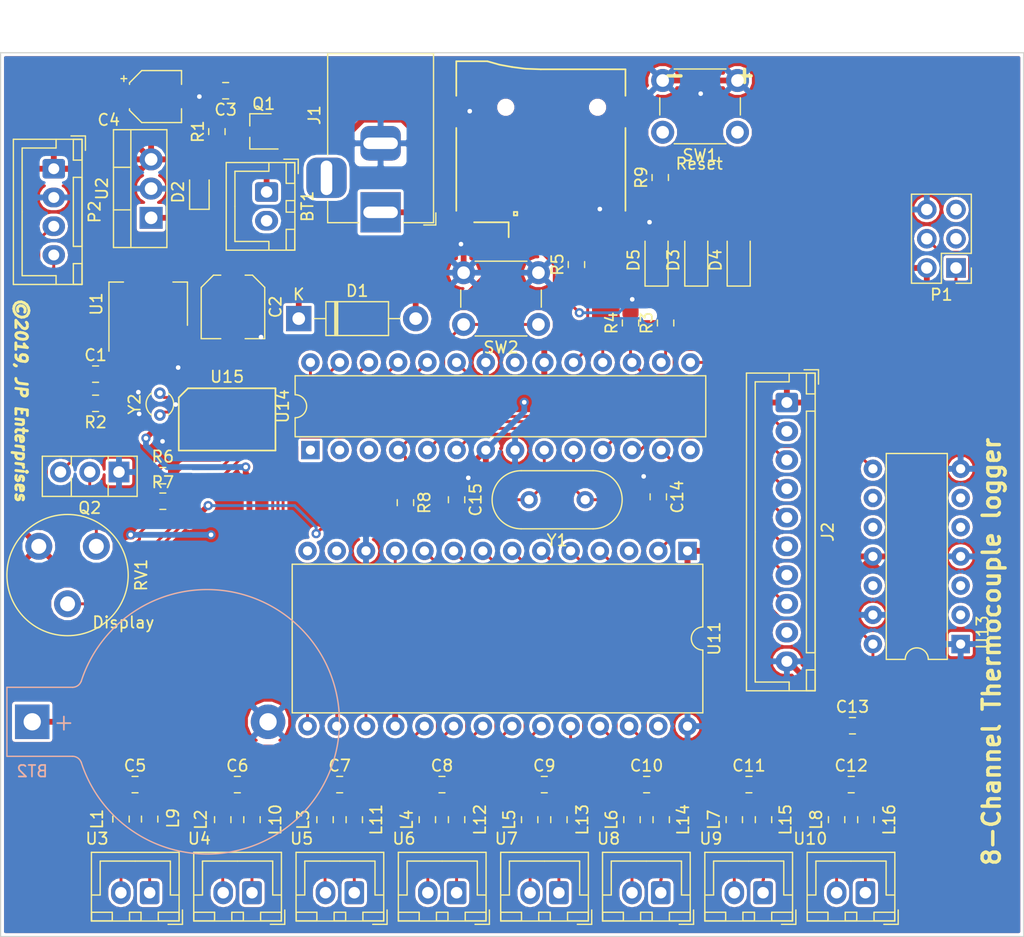
<source format=kicad_pcb>
(kicad_pcb (version 20171130) (host pcbnew "(5.0.2-4-gb601aea34)")
  (title_block (title "8-Channel Thermocouple datalogger") (date 2017-07-29) (rev ca9ed02408) (company "JP Enterprises"))
  (layers (0 F.Cu signal) (31 B.Cu signal) (34 B.Paste user) (35 F.Paste user) (36 B.SilkS user) (37 F.SilkS user) (38 B.Mask user) (39 F.Mask user) (44 Edge.Cuts user))
  (net 0 "")
  (net 1 GND)
  (net 2 "Net-(BT2-Pad1)")
  (net 3 5V0)
  (net 4 3V3)
  (net 5 9V0)
  (net 6 "/Thermocouple connectors/SB1")
  (net 7 "/Thermocouple connectors/SA1")
  (net 8 "/Thermocouple connectors/SA2")
  (net 9 "/Thermocouple connectors/SB2")
  (net 10 "/Thermocouple connectors/SB3")
  (net 11 "/Thermocouple connectors/SA3")
  (net 12 "/Thermocouple connectors/SA4")
  (net 13 "/Thermocouple connectors/SB4")
  (net 14 "/Thermocouple connectors/SB5")
  (net 15 "/Thermocouple connectors/SA5")
  (net 16 "/Thermocouple connectors/SA6")
  (net 17 "/Thermocouple connectors/SB6")
  (net 18 "/Thermocouple connectors/SB7")
  (net 19 "/Thermocouple connectors/SA7")
  (net 20 "/Thermocouple connectors/SA8")
  (net 21 "/Thermocouple connectors/SB8")
  (net 22 DB_MUX)
  (net 23 "Net-(C14-Pad2)")
  (net 24 "Net-(C15-Pad2)")
  (net 25 "Net-(D2-Pad2)")
  (net 26 "Net-(D3-Pad1)")
  (net 27 "Net-(D4-Pad1)")
  (net 28 "Net-(D5-Pad1)")
  (net 29 "Net-(L1-Pad2)")
  (net 30 "Net-(L2-Pad2)")
  (net 31 "Net-(L3-Pad2)")
  (net 32 "Net-(L4-Pad2)")
  (net 33 "Net-(L5-Pad2)")
  (net 34 "Net-(L6-Pad2)")
  (net 35 "Net-(L7-Pad2)")
  (net 36 "Net-(L8-Pad2)")
  (net 37 "Net-(L9-Pad1)")
  (net 38 "Net-(L10-Pad1)")
  (net 39 "Net-(L11-Pad1)")
  (net 40 "Net-(L12-Pad1)")
  (net 41 "Net-(L13-Pad1)")
  (net 42 "Net-(L14-Pad1)")
  (net 43 "Net-(L15-Pad1)")
  (net 44 "Net-(L16-Pad1)")
  (net 45 RESET)
  (net 46 MOSI)
  (net 47 SCK)
  (net 48 MISO)
  (net 49 SCL)
  (net 50 SDA)
  (net 51 "Net-(Q2-Pad3)")
  (net 52 B_LIGHT)
  (net 53 SS)
  (net 54 SLCT0)
  (net 55 SLCT1)
  (net 56 SLCT2)
  (net 57 TEMP)
  (net 58 "Net-(U13-Pad6)")
  (net 59 "Net-(U13-Pad12)")
  (net 60 "Net-(U13-Pad5)")
  (net 61 "Net-(U13-Pad10)")
  (net 62 "Net-(U13-Pad3)")
  (net 63 "Net-(U13-Pad2)")
  (net 64 "Net-(U14-Pad2)")
  (net 65 "Net-(U14-Pad3)")
  (net 66 "Net-(U14-Pad21)")
  (net 67 "Net-(U15-Pad7)")
  (net 68 "Net-(XS1-Pad1)")
  (net 69 "Net-(XS1-Pad8)")
  (net 70 "Net-(XS1-Pad9)")
  (net 71 "Net-(U15-Pad2)")
  (net 72 "Net-(U15-Pad1)")
  (net 73 SUPPLY)
  (net 74 RS)
  (net 75 EN)
  (net 76 DB4)
  (net 77 DB5)
  (net 78 DB6)
  (net 79 DB7)
  (net 80 "Net-(BT1-Pad2)")
  (net 81 SELCT)
  (net 82 "Net-(J2-Pad8)")
  (net 83 "Net-(J2-Pad9)")
  (module Connector_JST:JST_XH_B10B-XH-A_1x10_P2.50mm_Vertical (layer F.Cu) (at 162.3 102.8 270)
    (fp_text reference J2 (at 11.25 -3.55 270) (layer F.SilkS))
    (fp_text value Conn_01x12_Male)
    (pad 1 thru_hole roundrect (at 0 0 270) (size 1.7 1.95) (drill 0.95) (layers *.Cu *.Mask) (roundrect_rratio 0.147059) (net 3 5V0))
    (pad 2 thru_hole oval (at 2.5 0 270) (size 1.7 1.95) (drill 0.95) (layers *.Cu *.Mask) (net 74 RS))
    (pad 3 thru_hole oval (at 5 0 270) (size 1.7 1.95) (drill 0.95) (layers *.Cu *.Mask) (net 75 EN))
    (pad 4 thru_hole oval (at 7.5 0 270) (size 1.7 1.95) (drill 0.95) (layers *.Cu *.Mask) (net 76 DB4))
    (pad 5 thru_hole oval (at 10 0 270) (size 1.7 1.95) (drill 0.95) (layers *.Cu *.Mask) (net 77 DB5))
    (pad 6 thru_hole oval (at 12.5 0 270) (size 1.7 1.95) (drill 0.95) (layers *.Cu *.Mask) (net 78 DB6))
    (pad 7 thru_hole oval (at 15 0 270) (size 1.7 1.95) (drill 0.95) (layers *.Cu *.Mask) (net 79 DB7))
    (pad 8 thru_hole oval (at 17.5 0 270) (size 1.7 1.95) (drill 0.95) (layers *.Cu *.Mask) (net 82 "Net-(J2-Pad8)"))
    (pad 9 thru_hole oval (at 20 0 270) (size 1.7 1.95) (drill 0.95) (layers *.Cu *.Mask) (net 83 "Net-(J2-Pad9)"))
    (pad 10 thru_hole oval (at 22.5 0 270) (size 1.7 1.95) (drill 0.95) (layers *.Cu *.Mask) (net 1 GND))
  )
  (module Battery:BatteryHolder_Keystone_103_1x20mm (layer B.Cu) (at 96.731 130.556)
    (fp_text reference BT2 (at 0 4.3) (layer B.SilkS) (effects (justify mirror)))
    (fp_text value Battery)
    (fp_text user + (at 2.75 0) (layer B.SilkS) (effects (font (size 1.5 1.5)) (justify mirror)))
    (pad 2 thru_hole circle (at 20.49 0) (size 3 3) (drill 1.5) (layers *.Cu *.Mask) (net 1 GND))
    (pad 1 thru_hole rect (at 0 0) (size 3 3) (drill 1.5) (layers *.Cu *.Mask) (net 2 "Net-(BT2-Pad1)"))
  )
  (module Connector_BarrelJack:BarrelJack_Horizontal (layer F.Cu) (at 127 86.264 270)
    (fp_text reference J1 (at -8.45 5.75 270) (layer F.SilkS))
    (fp_text value Barrel_Jack)
    (pad 1 thru_hole rect (at 0 0 270) (size 3.5 3.5) (drill oval 1 3) (layers *.Cu *.Mask) (net 73 SUPPLY))
    (pad 2 thru_hole roundrect (at -6 0 270) (size 3 3.5) (drill oval 1 3) (layers *.Cu *.Mask) (net 1 GND))
    (pad 3 thru_hole roundrect (at -3 4.7 270) (size 3.5 3.5) (drill oval 3 1) (layers *.Cu *.Mask) (net 80 "Net-(BT1-Pad2)"))
  )
  (module Potentiometer_THT:Potentiometer_Piher_PT-10-V05_Vertical (layer F.Cu) (at 97.3 115.3 270)
    (fp_text reference RV1 (at 2.5 -8.9 270) (layer F.SilkS))
    (fp_text value 5k)
    (pad 3 thru_hole circle (at 0 -5 270) (size 2.34 2.34) (drill 1.3) (layers *.Cu *.Mask) (net 83 "Net-(J2-Pad9)"))
    (pad 2 thru_hole circle (at 5 -2.5 270) (size 2.34 2.34) (drill 1.3) (layers *.Cu *.Mask) (net 82 "Net-(J2-Pad8)"))
    (pad 1 thru_hole circle (at 0 0 270) (size 2.34 2.34) (drill 1.3) (layers *.Cu *.Mask) (net 3 5V0))
  )
  (module Connector_JST:JST_XH_B02B-XH-A_1x02_P2.50mm_Vertical (layer F.Cu) (at 115.824 145.415 180)
    (fp_text reference U4 (at 4.572 4.699 180) (layer F.SilkS))
    (fp_text value TC_Connector)
    (pad 2 thru_hole oval (at 2.5 0 180) (size 1.7 2) (drill 1) (layers *.Cu *.Mask) (net 30 "Net-(L2-Pad2)"))
    (pad 1 thru_hole roundrect (at 0 0 180) (size 1.7 2) (drill 1) (layers *.Cu *.Mask) (roundrect_rratio 0.147059) (net 38 "Net-(L10-Pad1)"))
  )
  (module Connector_JST:JST_XH_B02B-XH-A_1x02_P2.50mm_Vertical (layer F.Cu) (at 124.714 145.415 180)
    (fp_text reference U5 (at 4.572 4.699 180) (layer F.SilkS))
    (fp_text value TC_Connector)
    (pad 2 thru_hole oval (at 2.5 0 180) (size 1.7 2) (drill 1) (layers *.Cu *.Mask) (net 31 "Net-(L3-Pad2)"))
    (pad 1 thru_hole roundrect (at 0 0 180) (size 1.7 2) (drill 1) (layers *.Cu *.Mask) (roundrect_rratio 0.147059) (net 39 "Net-(L11-Pad1)"))
  )
  (module Connector_JST:JST_XH_B02B-XH-A_1x02_P2.50mm_Vertical (layer F.Cu) (at 133.604 145.415 180)
    (fp_text reference U6 (at 4.572 4.699 180) (layer F.SilkS))
    (fp_text value TC_Connector)
    (pad 2 thru_hole oval (at 2.5 0 180) (size 1.7 2) (drill 1) (layers *.Cu *.Mask) (net 32 "Net-(L4-Pad2)"))
    (pad 1 thru_hole roundrect (at 0 0 180) (size 1.7 2) (drill 1) (layers *.Cu *.Mask) (roundrect_rratio 0.147059) (net 40 "Net-(L12-Pad1)"))
  )
  (module Connector_JST:JST_XH_B02B-XH-A_1x02_P2.50mm_Vertical (layer F.Cu) (at 142.494 145.415 180)
    (fp_text reference U7 (at 4.572 4.699 180) (layer F.SilkS))
    (fp_text value TC_Connector)
    (pad 2 thru_hole oval (at 2.5 0 180) (size 1.7 2) (drill 1) (layers *.Cu *.Mask) (net 33 "Net-(L5-Pad2)"))
    (pad 1 thru_hole roundrect (at 0 0 180) (size 1.7 2) (drill 1) (layers *.Cu *.Mask) (roundrect_rratio 0.147059) (net 41 "Net-(L13-Pad1)"))
  )
  (module Connector_JST:JST_XH_B02B-XH-A_1x02_P2.50mm_Vertical (layer F.Cu) (at 151.344 145.415 180)
    (fp_text reference U8 (at 4.532 4.699 180) (layer F.SilkS))
    (fp_text value TC_Connector)
    (pad 2 thru_hole oval (at 2.5 0 180) (size 1.7 2) (drill 1) (layers *.Cu *.Mask) (net 34 "Net-(L6-Pad2)"))
    (pad 1 thru_hole roundrect (at 0 0 180) (size 1.7 2) (drill 1) (layers *.Cu *.Mask) (roundrect_rratio 0.147059) (net 42 "Net-(L14-Pad1)"))
  )
  (module Connector_JST:JST_XH_B02B-XH-A_1x02_P2.50mm_Vertical (layer F.Cu) (at 160.234 145.415 180)
    (fp_text reference U9 (at 4.532 4.699 180) (layer F.SilkS))
    (fp_text value TC_Connector)
    (pad 2 thru_hole oval (at 2.5 0 180) (size 1.7 2) (drill 1) (layers *.Cu *.Mask) (net 35 "Net-(L7-Pad2)"))
    (pad 1 thru_hole roundrect (at 0 0 180) (size 1.7 2) (drill 1) (layers *.Cu *.Mask) (roundrect_rratio 0.147059) (net 43 "Net-(L15-Pad1)"))
  )
  (module Connector_JST:JST_XH_B02B-XH-A_1x02_P2.50mm_Vertical (layer F.Cu) (at 169.124 145.415 180)
    (fp_text reference U10 (at 4.786 4.699 180) (layer F.SilkS))
    (fp_text value TC_Connector)
    (pad 2 thru_hole oval (at 2.5 0 180) (size 1.7 2) (drill 1) (layers *.Cu *.Mask) (net 36 "Net-(L8-Pad2)"))
    (pad 1 thru_hole roundrect (at 0 0 180) (size 1.7 2) (drill 1) (layers *.Cu *.Mask) (roundrect_rratio 0.147059) (net 44 "Net-(L16-Pad1)"))
  )
  (module Crystal:Crystal_DS26_D2.0mm_L6.0mm_Vertical (layer F.Cu) (at 107.823 103.886 90)
    (fp_text reference Y2 (at 0.95 -2.2 90) (layer F.SilkS))
    (fp_text value 32.768kHz)
    (pad 1 thru_hole circle (at 0 0 90) (size 1 1) (drill 0.5) (layers *.Cu *.Mask) (net 71 "Net-(U15-Pad2)"))
    (pad 2 thru_hole circle (at 1.9 0 90) (size 1 1) (drill 0.5) (layers *.Cu *.Mask) (net 72 "Net-(U15-Pad1)"))
  )
  (module Connector_JST:JST_XH_B02B-XH-A_1x02_P2.50mm_Vertical (layer F.Cu) (at 106.934 145.415 180)
    (fp_text reference U3 (at 4.572 4.699 180) (layer F.SilkS))
    (fp_text value TC_Connector)
    (pad 2 thru_hole oval (at 2.5 0 180) (size 1.7 2) (drill 1) (layers *.Cu *.Mask) (net 29 "Net-(L1-Pad2)"))
    (pad 1 thru_hole roundrect (at 0 0 180) (size 1.7 2) (drill 1) (layers *.Cu *.Mask) (roundrect_rratio 0.147059) (net 37 "Net-(L9-Pad1)"))
  )
  (module JP_ICs:DS1307 (layer F.Cu) (at 110.998 102.362 180)
    (fp_text reference U15 (at -2.667 1.8) (layer F.SilkS))
    (fp_text value DS1307+)
    (pad 4 smd rect (at -0.067 -3.81 270) (size 0.6 2.2) (layers F.Cu F.Paste F.Mask) (net 1 GND))
    (pad 5 smd rect (at -5.267 -3.81 270) (size 0.6 2.2) (layers F.Cu F.Paste F.Mask) (net 50 SDA))
    (pad 3 smd rect (at -0.067 -2.54 270) (size 0.6 2.2) (layers F.Cu F.Paste F.Mask) (net 2 "Net-(BT2-Pad1)"))
    (pad 6 smd rect (at -5.267 -2.54 270) (size 0.6 2.2) (layers F.Cu F.Paste F.Mask) (net 49 SCL))
    (pad 2 smd rect (at -0.067 -1.27 270) (size 0.6 2.2) (layers F.Cu F.Paste F.Mask) (net 71 "Net-(U15-Pad2)"))
    (pad 7 smd rect (at -5.267 -1.27 270) (size 0.6 2.2) (layers F.Cu F.Paste F.Mask) (net 67 "Net-(U15-Pad7)"))
    (pad 1 smd rect (at -0.067 0 270) (size 0.6 2.2) (layers F.Cu F.Paste F.Mask) (net 72 "Net-(U15-Pad1)"))
    (pad 8 smd rect (at -5.267 0 270) (size 0.6 2.2) (layers F.Cu F.Paste F.Mask) (net 3 5V0))
  )
  (module Capacitor_SMD:C_Elec_5x5.4 (layer F.Cu) (at 114.173 94.488 270)
    (fp_text reference C2 (at 0 -3.7 270) (layer F.SilkS))
    (fp_text value 47uF)
    (pad 1 smd roundrect (at -2.0625 0 270) (size 2.775 1.6) (layers F.Cu F.Paste F.Mask) (roundrect_rratio 0.15625) (net 4 3V3))
    (pad 2 smd roundrect (at 2.0625 0 270) (size 2.775 1.6) (layers F.Cu F.Paste F.Mask) (roundrect_rratio 0.15625) (net 1 GND))
  )
  (module Connector_JST:JST_XH_B02B-XH-A_1x02_P2.50mm_Vertical (layer F.Cu) (at 117.094 84.495 270)
    (fp_text reference BT1 (at 1.25 -3.55 270) (layer F.SilkS))
    (fp_text value 9V)
    (pad 1 thru_hole roundrect (at 0 0 270) (size 1.7 2) (drill 1) (layers *.Cu *.Mask) (roundrect_rratio 0.147059) (net 73 SUPPLY))
    (pad 2 thru_hole oval (at 2.5 0 270) (size 1.7 2) (drill 1) (layers *.Cu *.Mask) (net 80 "Net-(BT1-Pad2)"))
  )
  (module JP_Connectors:Conn_uSDcard (layer F.Cu) (at 140.927 77.13 180)
    (fp_text reference XS1)
    (fp_text value SD_ebay-uSD-push/push_SMD)
    (pad 3 smd rect (at 0 -10.5 180) (size 0.7 1.6) (layers F.Cu F.Paste F.Mask) (net 26 "Net-(D3-Pad1)"))
    (pad "" np_thru_hole circle (at -4.93 0 180) (size 1 1) (drill 1) (layers *.Cu))
    (pad "" np_thru_hole circle (at 3.05 0 180) (size 1 1) (drill 1) (layers *.Cu))
    (pad 2 smd rect (at 1.1 -10.5 180) (size 0.7 1.6) (layers F.Cu F.Paste F.Mask) (net 27 "Net-(D4-Pad1)"))
    (pad 1 smd rect (at 2.2 -10.5 180) (size 0.7 1.6) (layers F.Cu F.Paste F.Mask) (net 68 "Net-(XS1-Pad1)"))
    (pad 4 smd rect (at -1.1 -10.5 180) (size 0.7 1.6) (layers F.Cu F.Paste F.Mask) (net 4 3V3))
    (pad 5 smd rect (at -2.2 -10.5 180) (size 0.7 1.6) (layers F.Cu F.Paste F.Mask) (net 28 "Net-(D5-Pad1)"))
    (pad 6 smd rect (at -3.3 -10.5 180) (size 0.7 1.6) (layers F.Cu F.Paste F.Mask) (net 1 GND))
    (pad 8 smd rect (at -5.5 -10.5 180) (size 0.7 1.6) (layers F.Cu F.Paste F.Mask) (net 69 "Net-(XS1-Pad8)"))
    (pad 7 smd rect (at -4.4 -10.5 180) (size 0.7 1.6) (layers F.Cu F.Paste F.Mask) (net 48 MISO))
    (pad 9 smd rect (at -6.6 -10.5 180) (size 0.7 1.6) (layers F.Cu F.Paste F.Mask) (net 70 "Net-(XS1-Pad9)"))
    (pad 6 smd rect (at -7.75 -10 180) (size 1.2 1.4) (layers F.Cu F.Paste F.Mask) (net 1 GND))
    (pad 6 smd rect (at 6.85 -10 180) (size 1.6 1.4) (layers F.Cu F.Paste F.Mask) (net 1 GND))
    (pad 6 smd rect (at -7.75 -0.4 180) (size 1.2 2.2) (layers F.Cu F.Paste F.Mask) (net 1 GND))
    (pad 6 smd rect (at 7.75 -0.4 180) (size 1.2 2.2) (layers F.Cu F.Paste F.Mask) (net 1 GND))
  )
  (module Package_TO_SOT_THT:TO-126-3_Vertical (layer F.Cu) (at 104.267 108.839 180)
    (fp_text reference Q2 (at 2.54 -3.12 180) (layer F.SilkS))
    (fp_text value BD139)
    (pad 3 thru_hole oval (at 5.08 0 180) (size 1.8 1.8) (drill 1) (layers *.Cu *.Mask) (net 51 "Net-(Q2-Pad3)"))
    (pad 2 thru_hole oval (at 2.54 0 180) (size 1.8 1.8) (drill 1) (layers *.Cu *.Mask) (net 83 "Net-(J2-Pad9)"))
    (pad 1 thru_hole rect (at 0 0 180) (size 1.8 1.8) (drill 1) (layers *.Cu *.Mask) (net 1 GND))
  )
  (module Package_DIP:DIP-14_W7.62mm (layer F.Cu) (at 177.4 123.8 180)
    (fp_text reference U13 (at -1.905 1.016 270) (layer F.SilkS))
    (fp_text value AD595)
    (pad 14 thru_hole oval (at 7.62 0 180) (size 1.6 1.6) (drill 0.8) (layers *.Cu *.Mask) (net 22 DB_MUX))
    (pad 7 thru_hole oval (at 0 15.24 180) (size 1.6 1.6) (drill 0.8) (layers *.Cu *.Mask) (net 1 GND))
    (pad 13 thru_hole oval (at 7.62 2.54 180) (size 1.6 1.6) (drill 0.8) (layers *.Cu *.Mask) (net 1 GND))
    (pad 6 thru_hole oval (at 0 12.7 180) (size 1.6 1.6) (drill 0.8) (layers *.Cu *.Mask) (net 58 "Net-(U13-Pad6)"))
    (pad 12 thru_hole oval (at 7.62 5.08 180) (size 1.6 1.6) (drill 0.8) (layers *.Cu *.Mask) (net 59 "Net-(U13-Pad12)"))
    (pad 5 thru_hole oval (at 0 10.16 180) (size 1.6 1.6) (drill 0.8) (layers *.Cu *.Mask) (net 60 "Net-(U13-Pad5)"))
    (pad 11 thru_hole oval (at 7.62 7.62 180) (size 1.6 1.6) (drill 0.8) (layers *.Cu *.Mask) (net 3 5V0))
    (pad 4 thru_hole oval (at 0 7.62 180) (size 1.6 1.6) (drill 0.8) (layers *.Cu *.Mask) (net 1 GND))
    (pad 10 thru_hole oval (at 7.62 10.16 180) (size 1.6 1.6) (drill 0.8) (layers *.Cu *.Mask) (net 61 "Net-(U13-Pad10)"))
    (pad 3 thru_hole oval (at 0 5.08 180) (size 1.6 1.6) (drill 0.8) (layers *.Cu *.Mask) (net 62 "Net-(U13-Pad3)"))
    (pad 9 thru_hole oval (at 7.62 12.7 180) (size 1.6 1.6) (drill 0.8) (layers *.Cu *.Mask) (net 57 TEMP))
    (pad 2 thru_hole oval (at 0 2.54 180) (size 1.6 1.6) (drill 0.8) (layers *.Cu *.Mask) (net 63 "Net-(U13-Pad2)"))
    (pad 8 thru_hole oval (at 7.62 15.24 180) (size 1.6 1.6) (drill 0.8) (layers *.Cu *.Mask) (net 57 TEMP))
    (pad 1 thru_hole rect (at 0 0 180) (size 1.6 1.6) (drill 0.8) (layers *.Cu *.Mask) (net 1 GND))
  )
  (module Diode_THT:D_DO-41_SOD81_P10.16mm_Horizontal (layer F.Cu) (at 119.888 95.504)
    (fp_text reference D1 (at 5.08 -2.41) (layer F.SilkS))
    (fp_text value 1N4007)
    (fp_text user K (at 0 -2.1) (layer F.SilkS))
    (pad 2 thru_hole oval (at 10.16 0) (size 2.2 2.2) (drill 1.1) (layers *.Cu *.Mask) (net 73 SUPPLY))
    (pad 1 thru_hole rect (at 0 0) (size 2.2 2.2) (drill 1.1) (layers *.Cu *.Mask) (net 5 9V0))
  )
  (module Button_Switch_THT:SW_PUSH_6mm_H5mm (layer F.Cu) (at 140.716 96.012 180)
    (fp_text reference SW2 (at 3.25 -2 180) (layer F.SilkS))
    (fp_text value SW_Push)
    (pad 1 thru_hole circle (at 6.5 0 270) (size 2 2) (drill 1.1) (layers *.Cu *.Mask) (net 81 SELCT))
    (pad 2 thru_hole circle (at 6.5 4.5 270) (size 2 2) (drill 1.1) (layers *.Cu *.Mask) (net 1 GND))
    (pad 1 thru_hole circle (at 0 0 270) (size 2 2) (drill 1.1) (layers *.Cu *.Mask) (net 81 SELCT))
    (pad 2 thru_hole circle (at 0 4.5 270) (size 2 2) (drill 1.1) (layers *.Cu *.Mask) (net 1 GND))
  )
  (module Button_Switch_THT:SW_PUSH_6mm_H5mm (layer F.Cu) (at 158.011 79.303 180)
    (fp_text reference SW1 (at 3.25 -2 180) (layer F.SilkS))
    (fp_text value SW_Push)
    (pad 1 thru_hole circle (at 6.5 0 270) (size 2 2) (drill 1.1) (layers *.Cu *.Mask) (net 45 RESET))
    (pad 2 thru_hole circle (at 6.5 4.5 270) (size 2 2) (drill 1.1) (layers *.Cu *.Mask) (net 1 GND))
    (pad 1 thru_hole circle (at 0 0 270) (size 2 2) (drill 1.1) (layers *.Cu *.Mask) (net 45 RESET))
    (pad 2 thru_hole circle (at 0 4.5 270) (size 2 2) (drill 1.1) (layers *.Cu *.Mask) (net 1 GND))
  )
  (module Connector_PinHeader_2.54mm:PinHeader_2x03_P2.54mm_Vertical (layer F.Cu) (at 177 91.1 180)
    (fp_text reference P1 (at 1.27 -2.33 180) (layer F.SilkS))
    (fp_text value CONN_02X03)
    (pad 6 thru_hole oval (at 2.54 5.08 180) (size 1.7 1.7) (drill 1) (layers *.Cu *.Mask) (net 1 GND))
    (pad 5 thru_hole oval (at 0 5.08 180) (size 1.7 1.7) (drill 1) (layers *.Cu *.Mask) (net 45 RESET))
    (pad 4 thru_hole oval (at 2.54 2.54 180) (size 1.7 1.7) (drill 1) (layers *.Cu *.Mask) (net 46 MOSI))
    (pad 3 thru_hole oval (at 0 2.54 180) (size 1.7 1.7) (drill 1) (layers *.Cu *.Mask) (net 47 SCK))
    (pad 2 thru_hole oval (at 2.54 0 180) (size 1.7 1.7) (drill 1) (layers *.Cu *.Mask) (net 3 5V0))
    (pad 1 thru_hole rect (at 0 0 180) (size 1.7 1.7) (drill 1) (layers *.Cu *.Mask) (net 48 MISO))
  )
  (module Package_TO_SOT_SMD:SOT-223 (layer F.Cu) (at 106.807 94.234 90)
    (fp_text reference U1 (at 0 -4.5 90) (layer F.SilkS))
    (fp_text value LM3940)
    (pad 4 smd rect (at 3.15 0 90) (size 2 3.8) (layers F.Cu F.Paste F.Mask))
    (pad 2 smd rect (at -3.15 0 90) (size 2 1.5) (layers F.Cu F.Paste F.Mask) (net 1 GND))
    (pad 3 smd rect (at -3.15 2.3 90) (size 2 1.5) (layers F.Cu F.Paste F.Mask) (net 4 3V3))
    (pad 1 smd rect (at -3.15 -2.3 90) (size 2 1.5) (layers F.Cu F.Paste F.Mask) (net 3 5V0))
  )
  (module Package_TO_SOT_THT:TO-220-3_Vertical (layer F.Cu) (at 107.061 86.741 90)
    (fp_text reference U2 (at 2.54 -4.27 90) (layer F.SilkS))
    (fp_text value 7805)
    (pad 3 thru_hole oval (at 5.08 0 90) (size 1.905 2) (drill 1.1) (layers *.Cu *.Mask) (net 3 5V0))
    (pad 2 thru_hole oval (at 2.54 0 90) (size 1.905 2) (drill 1.1) (layers *.Cu *.Mask) (net 1 GND))
    (pad 1 thru_hole rect (at 0 0 90) (size 1.905 2) (drill 1.1) (layers *.Cu *.Mask) (net 5 9V0))
  )
  (module Package_TO_SOT_SMD:TSOT-23 (layer F.Cu) (at 116.586 79.248 180)
    (fp_text reference Q1 (at -0.254 2.413 180) (layer F.SilkS))
    (fp_text value BS250)
    (pad 3 smd rect (at 1.31 0 180) (size 1.22 0.65) (layers F.Cu F.Paste F.Mask) (net 5 9V0))
    (pad 2 smd rect (at -1.31 0.95 180) (size 1.22 0.65) (layers F.Cu F.Paste F.Mask) (net 25 "Net-(D2-Pad2)"))
    (pad 1 smd rect (at -1.31 -0.95 180) (size 1.22 0.65) (layers F.Cu F.Paste F.Mask) (net 73 SUPPLY))
  )
  (module Package_DIP:DIP-28_W7.62mm (layer F.Cu) (at 120.904 106.934 90)
    (fp_text reference U14 (at 3.81 -2.39 90) (layer F.SilkS))
    (fp_text value ATMEGA328P-PU)
    (pad 28 thru_hole oval (at 7.62 0 90) (size 1.6 1.6) (drill 0.8) (layers *.Cu *.Mask) (net 49 SCL))
    (pad 14 thru_hole oval (at 0 33.02 90) (size 1.6 1.6) (drill 0.8) (layers *.Cu *.Mask) (net 52 B_LIGHT))
    (pad 27 thru_hole oval (at 7.62 2.54 90) (size 1.6 1.6) (drill 0.8) (layers *.Cu *.Mask) (net 50 SDA))
    (pad 13 thru_hole oval (at 0 30.48 90) (size 1.6 1.6) (drill 0.8) (layers *.Cu *.Mask) (net 79 DB7))
    (pad 26 thru_hole oval (at 7.62 5.08 90) (size 1.6 1.6) (drill 0.8) (layers *.Cu *.Mask) (net 56 SLCT2))
    (pad 12 thru_hole oval (at 0 27.94 90) (size 1.6 1.6) (drill 0.8) (layers *.Cu *.Mask) (net 78 DB6))
    (pad 25 thru_hole oval (at 7.62 7.62 90) (size 1.6 1.6) (drill 0.8) (layers *.Cu *.Mask) (net 55 SLCT1))
    (pad 11 thru_hole oval (at 0 25.4 90) (size 1.6 1.6) (drill 0.8) (layers *.Cu *.Mask) (net 77 DB5))
    (pad 24 thru_hole oval (at 7.62 10.16 90) (size 1.6 1.6) (drill 0.8) (layers *.Cu *.Mask) (net 54 SLCT0))
    (pad 10 thru_hole oval (at 0 22.86 90) (size 1.6 1.6) (drill 0.8) (layers *.Cu *.Mask) (net 23 "Net-(C14-Pad2)"))
    (pad 23 thru_hole oval (at 7.62 12.7 90) (size 1.6 1.6) (drill 0.8) (layers *.Cu *.Mask) (net 57 TEMP))
    (pad 9 thru_hole oval (at 0 20.32 90) (size 1.6 1.6) (drill 0.8) (layers *.Cu *.Mask) (net 24 "Net-(C15-Pad2)"))
    (pad 22 thru_hole oval (at 7.62 15.24 90) (size 1.6 1.6) (drill 0.8) (layers *.Cu *.Mask) (net 1 GND))
    (pad 8 thru_hole oval (at 0 17.78 90) (size 1.6 1.6) (drill 0.8) (layers *.Cu *.Mask) (net 1 GND))
    (pad 21 thru_hole oval (at 7.62 17.78 90) (size 1.6 1.6) (drill 0.8) (layers *.Cu *.Mask) (net 66 "Net-(U14-Pad21)"))
    (pad 7 thru_hole oval (at 0 15.24 90) (size 1.6 1.6) (drill 0.8) (layers *.Cu *.Mask) (net 3 5V0))
    (pad 20 thru_hole oval (at 7.62 20.32 90) (size 1.6 1.6) (drill 0.8) (layers *.Cu *.Mask) (net 3 5V0))
    (pad 6 thru_hole oval (at 0 12.7 90) (size 1.6 1.6) (drill 0.8) (layers *.Cu *.Mask) (net 76 DB4))
    (pad 19 thru_hole oval (at 7.62 22.86 90) (size 1.6 1.6) (drill 0.8) (layers *.Cu *.Mask) (net 47 SCK))
    (pad 5 thru_hole oval (at 0 10.16 90) (size 1.6 1.6) (drill 0.8) (layers *.Cu *.Mask) (net 75 EN))
    (pad 18 thru_hole oval (at 7.62 25.4 90) (size 1.6 1.6) (drill 0.8) (layers *.Cu *.Mask) (net 48 MISO))
    (pad 4 thru_hole oval (at 0 7.62 90) (size 1.6 1.6) (drill 0.8) (layers *.Cu *.Mask) (net 81 SELCT))
    (pad 17 thru_hole oval (at 7.62 27.94 90) (size 1.6 1.6) (drill 0.8) (layers *.Cu *.Mask) (net 46 MOSI))
    (pad 3 thru_hole oval (at 0 5.08 90) (size 1.6 1.6) (drill 0.8) (layers *.Cu *.Mask) (net 65 "Net-(U14-Pad3)"))
    (pad 16 thru_hole oval (at 7.62 30.48 90) (size 1.6 1.6) (drill 0.8) (layers *.Cu *.Mask) (net 53 SS))
    (pad 2 thru_hole oval (at 0 2.54 90) (size 1.6 1.6) (drill 0.8) (layers *.Cu *.Mask) (net 64 "Net-(U14-Pad2)"))
    (pad 15 thru_hole oval (at 7.62 33.02 90) (size 1.6 1.6) (drill 0.8) (layers *.Cu *.Mask) (net 74 RS))
    (pad 1 thru_hole rect (at 0 0 90) (size 1.6 1.6) (drill 0.8) (layers *.Cu *.Mask) (net 45 RESET))
  )
  (module Package_DIP:DIP-28_W15.24mm (layer F.Cu) (at 153.67 115.697 270)
    (fp_text reference U11 (at 7.62 -2.33 270) (layer F.SilkS))
    (fp_text value ADG407)
    (pad 1 thru_hole rect (at 0 0 270) (size 1.6 1.6) (drill 0.8) (layers *.Cu *.Mask) (net 3 5V0))
    (pad 15 thru_hole oval (at 15.24 33.02 270) (size 1.6 1.6) (drill 0.8) (layers *.Cu *.Mask) (net 56 SLCT2))
    (pad 2 thru_hole oval (at 0 2.54 270) (size 1.6 1.6) (drill 0.8) (layers *.Cu *.Mask) (net 22 DB_MUX))
    (pad 16 thru_hole oval (at 15.24 30.48 270) (size 1.6 1.6) (drill 0.8) (layers *.Cu *.Mask) (net 55 SLCT1))
    (pad 3 thru_hole oval (at 0 5.08 270) (size 1.6 1.6) (drill 0.8) (layers *.Cu *.Mask))
    (pad 17 thru_hole oval (at 15.24 27.94 270) (size 1.6 1.6) (drill 0.8) (layers *.Cu *.Mask) (net 54 SLCT0))
    (pad 4 thru_hole oval (at 0 7.62 270) (size 1.6 1.6) (drill 0.8) (layers *.Cu *.Mask) (net 21 "/Thermocouple connectors/SB8"))
    (pad 18 thru_hole oval (at 15.24 25.4 270) (size 1.6 1.6) (drill 0.8) (layers *.Cu *.Mask) (net 3 5V0))
    (pad 5 thru_hole oval (at 0 10.16 270) (size 1.6 1.6) (drill 0.8) (layers *.Cu *.Mask) (net 18 "/Thermocouple connectors/SB7"))
    (pad 19 thru_hole oval (at 15.24 22.86 270) (size 1.6 1.6) (drill 0.8) (layers *.Cu *.Mask) (net 7 "/Thermocouple connectors/SA1"))
    (pad 6 thru_hole oval (at 0 12.7 270) (size 1.6 1.6) (drill 0.8) (layers *.Cu *.Mask) (net 17 "/Thermocouple connectors/SB6"))
    (pad 20 thru_hole oval (at 15.24 20.32 270) (size 1.6 1.6) (drill 0.8) (layers *.Cu *.Mask) (net 8 "/Thermocouple connectors/SA2"))
    (pad 7 thru_hole oval (at 0 15.24 270) (size 1.6 1.6) (drill 0.8) (layers *.Cu *.Mask) (net 14 "/Thermocouple connectors/SB5"))
    (pad 21 thru_hole oval (at 15.24 17.78 270) (size 1.6 1.6) (drill 0.8) (layers *.Cu *.Mask) (net 11 "/Thermocouple connectors/SA3"))
    (pad 8 thru_hole oval (at 0 17.78 270) (size 1.6 1.6) (drill 0.8) (layers *.Cu *.Mask) (net 13 "/Thermocouple connectors/SB4"))
    (pad 22 thru_hole oval (at 15.24 15.24 270) (size 1.6 1.6) (drill 0.8) (layers *.Cu *.Mask) (net 12 "/Thermocouple connectors/SA4"))
    (pad 9 thru_hole oval (at 0 20.32 270) (size 1.6 1.6) (drill 0.8) (layers *.Cu *.Mask) (net 10 "/Thermocouple connectors/SB3"))
    (pad 23 thru_hole oval (at 15.24 12.7 270) (size 1.6 1.6) (drill 0.8) (layers *.Cu *.Mask) (net 15 "/Thermocouple connectors/SA5"))
    (pad 10 thru_hole oval (at 0 22.86 270) (size 1.6 1.6) (drill 0.8) (layers *.Cu *.Mask) (net 9 "/Thermocouple connectors/SB2"))
    (pad 24 thru_hole oval (at 15.24 10.16 270) (size 1.6 1.6) (drill 0.8) (layers *.Cu *.Mask) (net 16 "/Thermocouple connectors/SA6"))
    (pad 11 thru_hole oval (at 0 25.4 270) (size 1.6 1.6) (drill 0.8) (layers *.Cu *.Mask) (net 6 "/Thermocouple connectors/SB1"))
    (pad 25 thru_hole oval (at 15.24 7.62 270) (size 1.6 1.6) (drill 0.8) (layers *.Cu *.Mask) (net 19 "/Thermocouple connectors/SA7"))
    (pad 12 thru_hole oval (at 0 27.94 270) (size 1.6 1.6) (drill 0.8) (layers *.Cu *.Mask) (net 1 GND))
    (pad 26 thru_hole oval (at 15.24 5.08 270) (size 1.6 1.6) (drill 0.8) (layers *.Cu *.Mask) (net 20 "/Thermocouple connectors/SA8"))
    (pad 13 thru_hole oval (at 0 30.48 270) (size 1.6 1.6) (drill 0.8) (layers *.Cu *.Mask))
    (pad 27 thru_hole oval (at 15.24 2.54 270) (size 1.6 1.6) (drill 0.8) (layers *.Cu *.Mask))
    (pad 14 thru_hole oval (at 0 33.02 270) (size 1.6 1.6) (drill 0.8) (layers *.Cu *.Mask))
    (pad 28 thru_hole oval (at 15.24 0 270) (size 1.6 1.6) (drill 0.8) (layers *.Cu *.Mask) (net 1 GND))
  )
  (module Crystal:Crystal_HC49-U_Vertical (layer F.Cu) (at 144.78 111.252 180)
    (fp_text reference Y1 (at 2.44 -3.525 180) (layer F.SilkS))
    (fp_text value 16MHz)
    (pad 2 thru_hole circle (at 4.88 0 180) (size 1.5 1.5) (drill 0.8) (layers *.Cu *.Mask) (net 24 "Net-(C15-Pad2)"))
    (pad 1 thru_hole circle (at 0 0 180) (size 1.5 1.5) (drill 0.8) (layers *.Cu *.Mask) (net 23 "Net-(C14-Pad2)"))
  )
  (module Diode_SMD:D_SOD-323 (layer F.Cu) (at 111.252 84.502 90)
    (fp_text reference D2 (at 0 -1.85 90) (layer F.SilkS))
    (fp_text value 9V)
    (pad 2 smd rect (at 1.05 0 90) (size 0.6 0.45) (layers F.Cu F.Paste F.Mask) (net 25 "Net-(D2-Pad2)"))
    (pad 1 smd rect (at -1.05 0 90) (size 0.6 0.45) (layers F.Cu F.Paste F.Mask) (net 5 9V0))
  )
  (module Diode_SMD:D_SOD-123 (layer F.Cu) (at 158.115 90.424 90)
    (fp_text reference D4 (at 0 -2 90) (layer F.SilkS))
    (fp_text value 3.3V)
    (pad 2 smd rect (at 1.65 0 90) (size 0.9 1.2) (layers F.Cu F.Paste F.Mask) (net 1 GND))
    (pad 1 smd rect (at -1.65 0 90) (size 0.9 1.2) (layers F.Cu F.Paste F.Mask) (net 27 "Net-(D4-Pad1)"))
  )
  (module Diode_SMD:D_SOD-123 (layer F.Cu) (at 154.432 90.424 90)
    (fp_text reference D3 (at 0 -2 90) (layer F.SilkS))
    (fp_text value 3.3V)
    (pad 2 smd rect (at 1.65 0 90) (size 0.9 1.2) (layers F.Cu F.Paste F.Mask) (net 1 GND))
    (pad 1 smd rect (at -1.65 0 90) (size 0.9 1.2) (layers F.Cu F.Paste F.Mask) (net 26 "Net-(D3-Pad1)"))
  )
  (module Diode_SMD:D_SOD-123 (layer F.Cu) (at 150.9776 90.424 90)
    (fp_text reference D5 (at 0 -2 90) (layer F.SilkS))
    (fp_text value 3.3V)
    (pad 2 smd rect (at 1.65 0 90) (size 0.9 1.2) (layers F.Cu F.Paste F.Mask) (net 1 GND))
    (pad 1 smd rect (at -1.65 0 90) (size 0.9 1.2) (layers F.Cu F.Paste F.Mask) (net 28 "Net-(D5-Pad1)"))
  )
  (module Resistor_SMD:R_0805_2012Metric (layer F.Cu) (at 108.077 111.379)
    (fp_text reference R7 (at 0 -1.65) (layer F.SilkS))
    (fp_text value 10K)
    (pad 2 smd roundrect (at 0.9375 0) (size 0.975 1.4) (layers F.Cu F.Paste F.Mask) (net 50 SDA))
    (pad 1 smd roundrect (at -0.9375 0) (size 0.975 1.4) (layers F.Cu F.Paste F.Mask) (net 3 5V0))
  )
  (module Resistor_SMD:R_0805_2012Metric (layer F.Cu) (at 108.077 109.1565)
    (fp_text reference R6 (at 0 -1.65) (layer F.SilkS))
    (fp_text value 10K)
    (pad 2 smd roundrect (at 0.9375 0) (size 0.975 1.4) (layers F.Cu F.Paste F.Mask) (net 49 SCL))
    (pad 1 smd roundrect (at -0.9375 0) (size 0.975 1.4) (layers F.Cu F.Paste F.Mask) (net 3 5V0))
  )
  (module Resistor_SMD:R_0805_2012Metric (layer F.Cu) (at 129.159 111.506 270)
    (fp_text reference R8 (at 0 -1.65 270) (layer F.SilkS))
    (fp_text value 10K)
    (pad 2 smd roundrect (at 0.9375 0 270) (size 0.975 1.4) (layers F.Cu F.Paste F.Mask) (net 3 5V0))
    (pad 1 smd roundrect (at -0.9375 0 270) (size 0.975 1.4) (layers F.Cu F.Paste F.Mask) (net 81 SELCT))
  )
  (module Resistor_SMD:R_0805_2012Metric (layer F.Cu) (at 112.776 79.248 90)
    (fp_text reference R1 (at 0 -1.65 90) (layer F.SilkS))
    (fp_text value 10K)
    (pad 2 smd roundrect (at 0.9375 0 90) (size 0.975 1.4) (layers F.Cu F.Paste F.Mask) (net 1 GND))
    (pad 1 smd roundrect (at -0.9375 0 90) (size 0.975 1.4) (layers F.Cu F.Paste F.Mask) (net 25 "Net-(D2-Pad2)"))
  )
  (module Resistor_SMD:R_0805_2012Metric (layer F.Cu) (at 148.717 95.885 90)
    (fp_text reference R4 (at 0 -1.65 90) (layer F.SilkS))
    (fp_text value 220R)
    (pad 2 smd roundrect (at 0.9375 0 90) (size 0.975 1.4) (layers F.Cu F.Paste F.Mask) (net 26 "Net-(D3-Pad1)"))
    (pad 1 smd roundrect (at -0.9375 0 90) (size 0.975 1.4) (layers F.Cu F.Paste F.Mask) (net 46 MOSI))
  )
  (module Resistor_SMD:R_0805_2012Metric (layer F.Cu) (at 144.018 90.805 90)
    (fp_text reference R5 (at 0 -1.65 90) (layer F.SilkS))
    (fp_text value 220R)
    (pad 2 smd roundrect (at 0.9375 0 90) (size 0.975 1.4) (layers F.Cu F.Paste F.Mask) (net 28 "Net-(D5-Pad1)"))
    (pad 1 smd roundrect (at -0.9375 0 90) (size 0.975 1.4) (layers F.Cu F.Paste F.Mask) (net 47 SCK))
  )
  (module Resistor_SMD:R_0805_2012Metric (layer F.Cu) (at 151.765 95.885 90)
    (fp_text reference R3 (at 0 -1.65 90) (layer F.SilkS))
    (fp_text value 220R)
    (pad 2 smd roundrect (at 0.9375 0 90) (size 0.975 1.4) (layers F.Cu F.Paste F.Mask) (net 27 "Net-(D4-Pad1)"))
    (pad 1 smd roundrect (at -0.9375 0 90) (size 0.975 1.4) (layers F.Cu F.Paste F.Mask) (net 53 SS))
  )
  (module Resistor_SMD:R_0805_2012Metric (layer F.Cu) (at 102.235 102.87 180)
    (fp_text reference R2 (at 0 -1.65 180) (layer F.SilkS))
    (fp_text value 10K)
    (pad 1 smd roundrect (at -0.9375 0 180) (size 0.975 1.4) (layers F.Cu F.Paste F.Mask) (net 52 B_LIGHT))
    (pad 2 smd roundrect (at 0.9375 0 180) (size 0.975 1.4) (layers F.Cu F.Paste F.Mask) (net 51 "Net-(Q2-Pad3)"))
  )
  (module Inductor_SMD:L_0805_2012Metric (layer F.Cu) (at 142.494 139.065 90)
    (fp_text reference L13 (at 0 2.032 90) (layer F.SilkS))
    (fp_text value 150)
    (pad 2 smd roundrect (at 0.9375 0 90) (size 0.975 1.4) (layers F.Cu F.Paste F.Mask) (net 14 "/Thermocouple connectors/SB5"))
    (pad 1 smd roundrect (at -0.9375 0 90) (size 0.975 1.4) (layers F.Cu F.Paste F.Mask) (net 41 "Net-(L13-Pad1)"))
  )
  (module Inductor_SMD:L_0805_2012Metric (layer F.Cu) (at 157.734 139.065 270)
    (fp_text reference L7 (at 0 1.778 270) (layer F.SilkS))
    (fp_text value 150)
    (pad 2 smd roundrect (at 0.9375 0 270) (size 0.975 1.4) (layers F.Cu F.Paste F.Mask) (net 35 "Net-(L7-Pad2)"))
    (pad 1 smd roundrect (at -0.9375 0 270) (size 0.975 1.4) (layers F.Cu F.Paste F.Mask) (net 19 "/Thermocouple connectors/SA7"))
  )
  (module Inductor_SMD:L_0805_2012Metric (layer F.Cu) (at 106.934 139.0142 90)
    (fp_text reference L9 (at 0.0762 2.032 90) (layer F.SilkS))
    (fp_text value 150)
    (pad 2 smd roundrect (at 0.9375 0 90) (size 0.975 1.4) (layers F.Cu F.Paste F.Mask) (net 6 "/Thermocouple connectors/SB1"))
    (pad 1 smd roundrect (at -0.9375 0 90) (size 0.975 1.4) (layers F.Cu F.Paste F.Mask) (net 37 "Net-(L9-Pad1)"))
  )
  (module Inductor_SMD:L_0805_2012Metric (layer F.Cu) (at 104.4448 139.0142 270)
    (fp_text reference L1 (at 0 2.0828 270) (layer F.SilkS))
    (fp_text value 150)
    (pad 2 smd roundrect (at 0.9375 0 270) (size 0.975 1.4) (layers F.Cu F.Paste F.Mask) (net 29 "Net-(L1-Pad2)"))
    (pad 1 smd roundrect (at -0.9375 0 270) (size 0.975 1.4) (layers F.Cu F.Paste F.Mask) (net 7 "/Thermocouple connectors/SA1"))
  )
  (module Inductor_SMD:L_0805_2012Metric (layer F.Cu) (at 113.284 139.065 270)
    (fp_text reference L2 (at 0 1.905 270) (layer F.SilkS))
    (fp_text value 150)
    (pad 2 smd roundrect (at 0.9375 0 270) (size 0.975 1.4) (layers F.Cu F.Paste F.Mask) (net 30 "Net-(L2-Pad2)"))
    (pad 1 smd roundrect (at -0.9375 0 270) (size 0.975 1.4) (layers F.Cu F.Paste F.Mask) (net 8 "/Thermocouple connectors/SA2"))
  )
  (module Inductor_SMD:L_0805_2012Metric (layer F.Cu) (at 122.174 139.065 270)
    (fp_text reference L3 (at 0 1.905 270) (layer F.SilkS))
    (fp_text value 150)
    (pad 2 smd roundrect (at 0.9375 0 270) (size 0.975 1.4) (layers F.Cu F.Paste F.Mask) (net 31 "Net-(L3-Pad2)"))
    (pad 1 smd roundrect (at -0.9375 0 270) (size 0.975 1.4) (layers F.Cu F.Paste F.Mask) (net 11 "/Thermocouple connectors/SA3"))
  )
  (module Inductor_SMD:L_0805_2012Metric (layer F.Cu) (at 131.064 139.065 270)
    (fp_text reference L4 (at 0 1.778 270) (layer F.SilkS))
    (fp_text value 150)
    (pad 2 smd roundrect (at 0.9375 0 270) (size 0.975 1.4) (layers F.Cu F.Paste F.Mask) (net 32 "Net-(L4-Pad2)"))
    (pad 1 smd roundrect (at -0.9375 0 270) (size 0.975 1.4) (layers F.Cu F.Paste F.Mask) (net 12 "/Thermocouple connectors/SA4"))
  )
  (module Inductor_SMD:L_0805_2012Metric (layer F.Cu) (at 139.954 139.065 270)
    (fp_text reference L5 (at 0 1.778 270) (layer F.SilkS))
    (fp_text value 150)
    (pad 2 smd roundrect (at 0.9375 0 270) (size 0.975 1.4) (layers F.Cu F.Paste F.Mask) (net 33 "Net-(L5-Pad2)"))
    (pad 1 smd roundrect (at -0.9375 0 270) (size 0.975 1.4) (layers F.Cu F.Paste F.Mask) (net 15 "/Thermocouple connectors/SA5"))
  )
  (module Inductor_SMD:L_0805_2012Metric (layer F.Cu) (at 148.844 139.065 270)
    (fp_text reference L6 (at 0 1.778 270) (layer F.SilkS))
    (fp_text value 150)
    (pad 2 smd roundrect (at 0.9375 0 270) (size 0.975 1.4) (layers F.Cu F.Paste F.Mask) (net 34 "Net-(L6-Pad2)"))
    (pad 1 smd roundrect (at -0.9375 0 270) (size 0.975 1.4) (layers F.Cu F.Paste F.Mask) (net 16 "/Thermocouple connectors/SA6"))
  )
  (module Inductor_SMD:L_0805_2012Metric (layer F.Cu) (at 166.624 139.065 270)
    (fp_text reference L8 (at 0 1.778 270) (layer F.SilkS))
    (fp_text value 150)
    (pad 2 smd roundrect (at 0.9375 0 270) (size 0.975 1.4) (layers F.Cu F.Paste F.Mask) (net 36 "Net-(L8-Pad2)"))
    (pad 1 smd roundrect (at -0.9375 0 270) (size 0.975 1.4) (layers F.Cu F.Paste F.Mask) (net 20 "/Thermocouple connectors/SA8"))
  )
  (module Inductor_SMD:L_0805_2012Metric (layer F.Cu) (at 115.824 139.065 90)
    (fp_text reference L10 (at 0 2.032 90) (layer F.SilkS))
    (fp_text value 150)
    (pad 2 smd roundrect (at 0.9375 0 90) (size 0.975 1.4) (layers F.Cu F.Paste F.Mask) (net 9 "/Thermocouple connectors/SB2"))
    (pad 1 smd roundrect (at -0.9375 0 90) (size 0.975 1.4) (layers F.Cu F.Paste F.Mask) (net 38 "Net-(L10-Pad1)"))
  )
  (module Inductor_SMD:L_0805_2012Metric (layer F.Cu) (at 124.714 139.065 90)
    (fp_text reference L11 (at 0 1.905 90) (layer F.SilkS))
    (fp_text value 150)
    (pad 2 smd roundrect (at 0.9375 0 90) (size 0.975 1.4) (layers F.Cu F.Paste F.Mask) (net 10 "/Thermocouple connectors/SB3"))
    (pad 1 smd roundrect (at -0.9375 0 90) (size 0.975 1.4) (layers F.Cu F.Paste F.Mask) (net 39 "Net-(L11-Pad1)"))
  )
  (module Inductor_SMD:L_0805_2012Metric (layer F.Cu) (at 133.604 139.065 90)
    (fp_text reference L12 (at 0 2.032 90) (layer F.SilkS))
    (fp_text value 150)
    (pad 2 smd roundrect (at 0.9375 0 90) (size 0.975 1.4) (layers F.Cu F.Paste F.Mask) (net 13 "/Thermocouple connectors/SB4"))
    (pad 1 smd roundrect (at -0.9375 0 90) (size 0.975 1.4) (layers F.Cu F.Paste F.Mask) (net 40 "Net-(L12-Pad1)"))
  )
  (module Inductor_SMD:L_0805_2012Metric (layer F.Cu) (at 151.384 139.065 90)
    (fp_text reference L14 (at 0 1.905 90) (layer F.SilkS))
    (fp_text value 150)
    (pad 2 smd roundrect (at 0.9375 0 90) (size 0.975 1.4) (layers F.Cu F.Paste F.Mask) (net 17 "/Thermocouple connectors/SB6"))
    (pad 1 smd roundrect (at -0.9375 0 90) (size 0.975 1.4) (layers F.Cu F.Paste F.Mask) (net 42 "Net-(L14-Pad1)"))
  )
  (module Inductor_SMD:L_0805_2012Metric (layer F.Cu) (at 160.274 139.065 90)
    (fp_text reference L15 (at 0 1.905 90) (layer F.SilkS))
    (fp_text value 150)
    (pad 2 smd roundrect (at 0.9375 0 90) (size 0.975 1.4) (layers F.Cu F.Paste F.Mask) (net 18 "/Thermocouple connectors/SB7"))
    (pad 1 smd roundrect (at -0.9375 0 90) (size 0.975 1.4) (layers F.Cu F.Paste F.Mask) (net 43 "Net-(L15-Pad1)"))
  )
  (module Inductor_SMD:L_0805_2012Metric (layer F.Cu) (at 169.164 139.065 90)
    (fp_text reference L16 (at 0 2.032 90) (layer F.SilkS))
    (fp_text value 150)
    (pad 2 smd roundrect (at 0.9375 0 90) (size 0.975 1.4) (layers F.Cu F.Paste F.Mask) (net 21 "/Thermocouple connectors/SB8"))
    (pad 1 smd roundrect (at -0.9375 0 90) (size 0.975 1.4) (layers F.Cu F.Paste F.Mask) (net 44 "Net-(L16-Pad1)"))
  )
  (module Capacitor_SMD:C_0805_2012Metric (layer F.Cu) (at 105.664 136.017)
    (fp_text reference C5 (at 0 -1.65) (layer F.SilkS))
    (fp_text value 10nF)
    (pad 2 smd roundrect (at 0.9375 0) (size 0.975 1.4) (layers F.Cu F.Paste F.Mask) (net 6 "/Thermocouple connectors/SB1"))
    (pad 1 smd roundrect (at -0.9375 0) (size 0.975 1.4) (layers F.Cu F.Paste F.Mask) (net 7 "/Thermocouple connectors/SA1"))
  )
  (module Capacitor_SMD:C_0805_2012Metric (layer F.Cu) (at 150.114 136.017)
    (fp_text reference C10 (at 0 -1.65) (layer F.SilkS))
    (fp_text value 10nF)
    (pad 2 smd roundrect (at 0.9375 0) (size 0.975 1.4) (layers F.Cu F.Paste F.Mask) (net 17 "/Thermocouple connectors/SB6"))
    (pad 1 smd roundrect (at -0.9375 0) (size 0.975 1.4) (layers F.Cu F.Paste F.Mask) (net 16 "/Thermocouple connectors/SA6"))
  )
  (module Capacitor_SMD:C_0805_2012Metric (layer F.Cu) (at 141.224 136.017)
    (fp_text reference C9 (at 0 -1.65) (layer F.SilkS))
    (fp_text value 10nF)
    (pad 2 smd roundrect (at 0.9375 0) (size 0.975 1.4) (layers F.Cu F.Paste F.Mask) (net 14 "/Thermocouple connectors/SB5"))
    (pad 1 smd roundrect (at -0.9375 0) (size 0.975 1.4) (layers F.Cu F.Paste F.Mask) (net 15 "/Thermocouple connectors/SA5"))
  )
  (module Capacitor_SMD:C_0805_2012Metric (layer F.Cu) (at 114.554 136.017)
    (fp_text reference C6 (at 0 -1.65) (layer F.SilkS))
    (fp_text value 10nF)
    (pad 2 smd roundrect (at 0.9375 0) (size 0.975 1.4) (layers F.Cu F.Paste F.Mask) (net 9 "/Thermocouple connectors/SB2"))
    (pad 1 smd roundrect (at -0.9375 0) (size 0.975 1.4) (layers F.Cu F.Paste F.Mask) (net 8 "/Thermocouple connectors/SA2"))
  )
  (module Capacitor_SMD:C_0805_2012Metric (layer F.Cu) (at 123.444 136.017)
    (fp_text reference C7 (at 0 -1.65) (layer F.SilkS))
    (fp_text value 10nF)
    (pad 2 smd roundrect (at 0.9375 0) (size 0.975 1.4) (layers F.Cu F.Paste F.Mask) (net 10 "/Thermocouple connectors/SB3"))
    (pad 1 smd roundrect (at -0.9375 0) (size 0.975 1.4) (layers F.Cu F.Paste F.Mask) (net 11 "/Thermocouple connectors/SA3"))
  )
  (module Capacitor_SMD:C_0805_2012Metric (layer F.Cu) (at 132.334 136.017)
    (fp_text reference C8 (at 0 -1.65) (layer F.SilkS))
    (fp_text value 10nF)
    (pad 2 smd roundrect (at 0.9375 0) (size 0.975 1.4) (layers F.Cu F.Paste F.Mask) (net 13 "/Thermocouple connectors/SB4"))
    (pad 1 smd roundrect (at -0.9375 0) (size 0.975 1.4) (layers F.Cu F.Paste F.Mask) (net 12 "/Thermocouple connectors/SA4"))
  )
  (module Capacitor_SMD:C_0805_2012Metric (layer F.Cu) (at 159.004 136.017)
    (fp_text reference C11 (at 0 -1.65) (layer F.SilkS))
    (fp_text value 10nF)
    (pad 2 smd roundrect (at 0.9375 0) (size 0.975 1.4) (layers F.Cu F.Paste F.Mask) (net 18 "/Thermocouple connectors/SB7"))
    (pad 1 smd roundrect (at -0.9375 0) (size 0.975 1.4) (layers F.Cu F.Paste F.Mask) (net 19 "/Thermocouple connectors/SA7"))
  )
  (module Capacitor_SMD:C_0805_2012Metric (layer F.Cu) (at 167.894 136.017)
    (fp_text reference C12 (at 0 -1.65) (layer F.SilkS))
    (fp_text value 10nF)
    (pad 2 smd roundrect (at 0.9375 0) (size 0.975 1.4) (layers F.Cu F.Paste F.Mask) (net 21 "/Thermocouple connectors/SB8"))
    (pad 1 smd roundrect (at -0.9375 0) (size 0.975 1.4) (layers F.Cu F.Paste F.Mask) (net 20 "/Thermocouple connectors/SA8"))
  )
  (module Capacitor_SMD:C_0805_2012Metric (layer F.Cu) (at 113.538 75.692 180)
    (fp_text reference C3 (at 0 -1.65 180) (layer F.SilkS))
    (fp_text value 1uF)
    (pad 2 smd roundrect (at 0.9375 0 180) (size 0.975 1.4) (layers F.Cu F.Paste F.Mask) (net 1 GND))
    (pad 1 smd roundrect (at -0.9375 0 180) (size 0.975 1.4) (layers F.Cu F.Paste F.Mask) (net 5 9V0))
  )
  (module Capacitor_SMD:C_0805_2012Metric (layer F.Cu) (at 133.604 111.252 270)
    (fp_text reference C15 (at 0 -1.65 270) (layer F.SilkS))
    (fp_text value 18pF)
    (pad 2 smd roundrect (at 0.9375 0 270) (size 0.975 1.4) (layers F.Cu F.Paste F.Mask) (net 24 "Net-(C15-Pad2)"))
    (pad 1 smd roundrect (at -0.9375 0 270) (size 0.975 1.4) (layers F.Cu F.Paste F.Mask) (net 1 GND))
  )
  (module Capacitor_SMD:C_0805_2012Metric (layer F.Cu) (at 168 130.9)
    (fp_text reference C13 (at 0 -1.65) (layer F.SilkS))
    (fp_text value 10nF)
    (pad 2 smd roundrect (at 0.9375 0) (size 0.975 1.4) (layers F.Cu F.Paste F.Mask) (net 22 DB_MUX))
    (pad 1 smd roundrect (at -0.9375 0) (size 0.975 1.4) (layers F.Cu F.Paste F.Mask) (net 1 GND))
  )
  (module Capacitor_SMD:C_0805_2012Metric (layer F.Cu) (at 102.235 100.33)
    (fp_text reference C1 (at 0 -1.65) (layer F.SilkS))
    (fp_text value 470nF)
    (pad 2 smd roundrect (at 0.9375 0) (size 0.975 1.4) (layers F.Cu F.Paste F.Mask) (net 1 GND))
    (pad 1 smd roundrect (at -0.9375 0) (size 0.975 1.4) (layers F.Cu F.Paste F.Mask) (net 3 5V0))
  )
  (module Capacitor_SMD:C_0805_2012Metric (layer F.Cu) (at 151.13 110.998 270)
    (fp_text reference C14 (at 0 -1.65 270) (layer F.SilkS))
    (fp_text value 18pF)
    (pad 2 smd roundrect (at 0.9375 0 270) (size 0.975 1.4) (layers F.Cu F.Paste F.Mask) (net 23 "Net-(C14-Pad2)"))
    (pad 1 smd roundrect (at -0.9375 0 270) (size 0.975 1.4) (layers F.Cu F.Paste F.Mask) (net 1 GND))
  )
  (module Connector_JST:JST_XH_B04B-XH-A_1x04_P2.50mm_Vertical (layer F.Cu) (at 98.6028 82.4738 270)
    (fp_text reference P2 (at 3.75 -3.55 270) (layer F.SilkS))
    (fp_text value Conn_01x04)
    (pad 4 thru_hole oval (at 7.5 0 270) (size 1.7 1.95) (drill 0.95) (layers *.Cu *.Mask) (net 49 SCL))
    (pad 3 thru_hole oval (at 5 0 270) (size 1.7 1.95) (drill 0.95) (layers *.Cu *.Mask) (net 50 SDA))
    (pad 2 thru_hole oval (at 2.5 0 270) (size 1.7 1.95) (drill 0.95) (layers *.Cu *.Mask) (net 1 GND))
    (pad 1 thru_hole roundrect (at 0 0 270) (size 1.7 1.95) (drill 0.95) (layers *.Cu *.Mask) (roundrect_rratio 0.147059) (net 3 5V0))
  )
  (module Capacitor_SMD:CP_Elec_4x5.4 (layer F.Cu) (at 107.442 76.2)
    (fp_text reference C4 (at -4.064 2.032) (layer F.SilkS))
    (fp_text value 10uF)
    (pad 2 smd roundrect (at 1.8 0) (size 2.6 1.6) (layers F.Cu F.Paste F.Mask) (roundrect_rratio 0.15625) (net 1 GND))
    (pad 1 smd roundrect (at -1.8 0) (size 2.6 1.6) (layers F.Cu F.Paste F.Mask) (roundrect_rratio 0.15625) (net 3 5V0))
  )
  (module Resistor_SMD:R_0805_2012Metric (layer F.Cu) (at 151.3 83.2375 90)
    (fp_text reference R9 (at 0 -1.65 90) (layer F.SilkS))
    (fp_text value 10K)
    (pad 2 smd roundrect (at 0.9375 0 90) (size 0.975 1.4) (layers F.Cu F.Paste F.Mask) (net 45 RESET))
    (pad 1 smd roundrect (at -0.9375 0 90) (size 0.975 1.4) (layers F.Cu F.Paste F.Mask) (net 3 5V0))
  )
  (gr_line (start 182.88 72.39) (end 182.88 149.225) (layer Edge.Cuts) (width 0.1))
  (gr_line (start 93.98 143.66) (end 93.98 143.66) (layer Edge.Cuts) (width 0.1))
  (gr_line (start 93.98 72.39) (end 182.88 72.39) (layer Edge.Cuts) (width 0.1))
  (gr_text "©2019, JP Enterprises" (at 95.758 102.616 270) (layer F.SilkS) (effects (font (size 1 1) (thickness 0.25) italic)))
  (gr_text - (at 152.527 74.295) (layer F.SilkS) (effects (font (size 1.5 1.5) (thickness 0.3))))
  (gr_text + (at 158.623 74.295) (layer F.SilkS) (effects (font (size 1.5 1.5) (thickness 0.3))))
  (gr_text Reset (at 154.686 82.042) (layer F.SilkS) (effects (font (size 1 1))))
  (gr_text "8-Channel Thermocouple logger" (at 180.086 124.46 90) (layer F.SilkS) (effects (font (size 1.5 1.5) (thickness 0.3))))
  (gr_line (start 93.98 149.225) (end 182.88 149.225) (layer Edge.Cuts) (width 0.1))
  (gr_line (start 93.98 72.39) (end 93.98 149.225) (layer Edge.Cuts) (width 0.1))
  (gr_line (start 93.98 73.66) (end 93.98 73.66) (layer Edge.Cuts) (width 0.1))
  (gr_text Display (at 104.648 121.92) (layer F.SilkS) (effects (font (size 1 1))))
  (segment (start 134.747 77.47) (end 134.747 86.46) (width 0.5) (layer F.Cu) (net 1))
  (segment (start 134.747 86.46) (end 134.077 87.13) (width 0.5) (layer F.Cu) (net 1))
  (segment (start 148.677 77.53) (end 148.784 77.53) (width 0.5) (layer F.Cu) (net 1))
  (segment (start 148.784 77.53) (end 151.511 74.803) (width 0.5) (layer F.Cu) (net 1))
  (segment (start 150.9776 88.774) (end 150.9776 87.7316) (width 0.5) (layer F.Cu) (net 1))
  (segment (start 150.9776 87.7316) (end 150.368 87.122) (width 0.5) (layer F.Cu) (net 1))
  (segment (start 148.677 87.13) (end 150.36 87.13) (width 0.5) (layer F.Cu) (net 1))
  (segment (start 150.36 87.13) (end 150.368 87.122) (width 0.5) (layer F.Cu) (net 1))
  (via (at 150.368 87.122) (size 0.8) (drill 0.4) (layers F.Cu B.Cu) (net 1))
  (segment (start 111.252 76.2) (end 112.03 76.2) (width 0.5) (layer F.Cu) (net 1))
  (segment (start 109.242 76.2) (end 111.252 76.2) (width 0.5) (layer F.Cu) (net 1))
  (via (at 111.252 76.2) (size 0.8) (drill 0.4) (layers F.Cu B.Cu) (net 1))
  (segment (start 112.03 76.2) (end 112.538 75.692) (width 0.5) (layer F.Cu) (net 1))
  (segment (start 112.776 75.93) (end 112.538 75.692) (width 0.5) (layer F.Cu) (net 1))
  (segment (start 158.011 74.803) (end 155.956 74.803) (width 0.5) (layer F.Cu) (net 1))
  (segment (start 155.956 74.803) (end 154.813 75.946) (width 0.5) (layer F.Cu) (net 1))
  (segment (start 158.011 74.803) (end 157.48 74.803) (width 0.5) (layer B.Cu) (net 1))
  (segment (start 151.511 74.803) (end 153.67 74.803) (width 0.5) (layer F.Cu) (net 1))
  (segment (start 153.67 74.803) (end 154.813 75.946) (width 0.5) (layer F.Cu) (net 1))
  (via (at 154.813 75.946) (size 0.8) (drill 0.4) (layers F.Cu B.Cu) (net 1))
  (segment (start 154.432 88.774) (end 158.115 88.774) (width 0.5) (layer F.Cu) (net 1))
  (segment (start 150.9776 88.774) (end 154.432 88.774) (width 0.5) (layer F.Cu) (net 1))
  (segment (start 133.604 110.379) (end 133.604 110.363) (width 0.5) (layer F.Cu) (net 1))
  (segment (start 134.216 91.512) (end 134.216 89.258) (width 0.5) (layer F.Cu) (net 1))
  (segment (start 104.235 100.33) (end 106.807 97.758) (width 0.5) (layer F.Cu) (net 1))
  (segment (start 146.05 85.979) (end 146.05 85.217) (width 0.5) (layer B.Cu) (net 1))
  (segment (start 148.677 87.13) (end 148.677 77.53) (width 0.5) (layer F.Cu) (net 1))
  (segment (start 146.05 85.979) (end 148.016002 85.979) (width 0.5) (layer F.Cu) (net 1))
  (segment (start 106.807 97.758) (end 106.807 97.384) (width 0.5) (layer F.Cu) (net 1))
  (segment (start 144.578 85.979) (end 146.05 85.979) (width 0.5) (layer F.Cu) (net 1))
  (segment (start 134.216 91.512) (end 140.716 91.512) (width 0.5) (layer B.Cu) (net 1))
  (segment (start 133.985 89.027) (end 133.985 87.222) (width 0.5) (layer F.Cu) (net 1))
  (segment (start 148.016002 85.979) (end 148.677 86.639998) (width 0.5) (layer F.Cu) (net 1))
  (segment (start 144.227 86.33) (end 144.578 85.979) (width 0.5) (layer F.Cu) (net 1))
  (segment (start 148.677 86.639998) (end 148.677 87.13) (width 0.5) (layer F.Cu) (net 1))
  (segment (start 133.985 87.222) (end 134.077 87.13) (width 0.5) (layer F.Cu) (net 1))
  (segment (start 133.604 110.363) (end 134.62 109.347) (width 0.5) (layer F.Cu) (net 1))
  (segment (start 134.216 89.258) (end 133.985 89.027) (width 0.5) (layer F.Cu) (net 1))
  (segment (start 103.235 100.33) (end 104.235 100.33) (width 0.5) (layer F.Cu) (net 1))
  (segment (start 144.227 87.63) (end 144.227 86.33) (width 0.5) (layer F.Cu) (net 1))
  (segment (start 106.807 97.384) (end 106.807 98.044) (width 0.5) (layer F.Cu) (net 1))
  (segment (start 106.807 97.384) (end 106.807 98.298) (width 0.25) (layer F.Cu) (net 1))
  (segment (start 134.874 77.343) (end 135.382 77.47) (width 0.25) (layer B.Cu) (net 1))
  (segment (start 135.382 77.343) (end 135.382 77.47) (width 0.25) (layer B.Cu) (net 1))
  (segment (start 134.747 77.47) (end 134.874 77.343) (width 0.25) (layer B.Cu) (net 1))
  (segment (start 133.177 77.53) (end 134.687 77.53) (width 0.25) (layer F.Cu) (net 1))
  (segment (start 134.687 77.53) (end 134.747 77.47) (width 0.25) (layer F.Cu) (net 1))
  (segment (start 148.677 87.13) (end 148.677 87.03) (width 0.25) (layer F.Cu) (net 1))
  (segment (start 148.677 87.03) (end 147.626 85.979) (width 0.25) (layer F.Cu) (net 1))
  (segment (start 147.626 85.979) (end 146.05 85.979) (width 0.25) (layer F.Cu) (net 1))
  (segment (start 140.716 92.384) (end 140.716 91.512) (width 0.25) (layer B.Cu) (net 1))
  (via (at 134.62 109.347) (size 0.8) (drill 0.4) (layers F.Cu B.Cu) (net 1))
  (via (at 133.985 89.027) (size 0.8) (drill 0.4) (layers F.Cu B.Cu) (net 1))
  (via (at 146.05 85.979) (size 0.8) (drill 0.4) (layers F.Cu B.Cu) (net 1))
  (via (at 134.747 77.47) (size 0.8) (drill 0.4) (layers F.Cu B.Cu) (net 1))
  (via (at 106.0196 103.7844) (size 0.8) (drill 0.4) (layers F.Cu B.Cu) (net 1))
  (via (at 105.951463 101.8968) (size 0.8) (drill 0.4) (layers F.Cu B.Cu) (net 1))
  (via (at 109.1946 102.9716) (size 0.8) (drill 0.4) (layers F.Cu B.Cu) (net 1))
  (segment (start 114.173 96.688) (end 116.189695 96.688) (width 0.5) (layer F.Cu) (net 1))
  (segment (start 117.291695 97.79) (end 116.611684 97.109989) (width 0.25) (layer B.Cu) (net 1))
  (segment (start 116.189695 96.688) (end 116.611684 97.109989) (width 0.5) (layer F.Cu) (net 1))
  (segment (start 117.602 97.79) (end 117.291695 97.79) (width 0.25) (layer B.Cu) (net 1))
  (via (at 116.611684 97.109989) (size 0.8) (drill 0.4) (layers F.Cu B.Cu) (net 1))
  (segment (start 110.950399 99.910601) (end 114.173 96.688) (width 0.5) (layer F.Cu) (net 1))
  (segment (start 106.807 97.634) (end 109.083601 99.910601) (width 0.5) (layer F.Cu) (net 1))
  (segment (start 106.807 97.384) (end 106.807 97.634) (width 0.5) (layer F.Cu) (net 1))
  (segment (start 109.083601 99.910601) (end 110.950399 99.910601) (width 0.5) (layer F.Cu) (net 1))
  (via (at 109.409886 99.760602) (size 0.8) (drill 0.4) (layers F.Cu B.Cu) (net 1))
  (via (at 149.86 109.22) (size 0.8) (drill 0.4) (layers F.Cu B.Cu) (net 1))
  (segment (start 150.7005 110.0605) (end 149.86 109.22) (width 0.5) (layer F.Cu) (net 1))
  (segment (start 151.13 110.0605) (end 150.7005 110.0605) (width 0.5) (layer F.Cu) (net 1))
  (segment (start 111.065 106.172) (end 109.64101 106.172) (width 0.5) (layer F.Cu) (net 1))
  (via (at 108.0516 106.172) (size 0.8) (drill 0.4) (layers F.Cu B.Cu) (net 1))
  (segment (start 108.0516 106.172) (end 108.6104 106.172) (width 0.5) (layer F.Cu) (net 1))
  (segment (start 127.847998 91.512) (end 134.216 91.512) (width 0.5) (layer B.Cu) (net 1))
  (segment (start 122.3 85.964002) (end 127.847998 91.512) (width 0.5) (layer B.Cu) (net 1))
  (segment (start 125.3 80.264) (end 127 80.264) (width 0.5) (layer B.Cu) (net 1))
  (segment (start 112.776 78.298) (end 112.476 78.298) (width 0.5) (layer F.Cu) (net 1))
  (segment (start 167.0625 130.1) (end 167.0625 130.9) (width 0.5) (layer F.Cu) (net 1))
  (segment (start 167.0625 129.9375) (end 167.0625 130.1) (width 0.5) (layer F.Cu) (net 1))
  (segment (start 162.425 125.3) (end 167.0625 129.9375) (width 0.5) (layer F.Cu) (net 1))
  (segment (start 162.3 125.3) (end 162.425 125.3) (width 0.5) (layer F.Cu) (net 1))
  (segment (start 110.965 104.902) (end 111.252 104.902) (width 0.5) (layer F.Cu) (net 2))
  (via (at 115.279426 108.407535) (size 0.8) (drill 0.4) (layers F.Cu B.Cu) (net 2))
  (segment (start 110.7186 108.4326) (end 115.279426 108.407535) (width 0.5) (layer B.Cu) (net 2))
  (segment (start 109.145002 105.221998) (end 107.289071 105.221998) (width 0.5) (layer F.Cu) (net 2))
  (segment (start 115.279426 108.407535) (end 108.449333 108.407535) (width 0.5) (layer B.Cu) (net 2))
  (via (at 106.611743 105.899326) (size 0.8) (drill 0.4) (layers F.Cu B.Cu) (net 2))
  (segment (start 111.065 104.902) (end 109.465 104.902) (width 0.5) (layer F.Cu) (net 2))
  (segment (start 106.611743 106.569945) (end 106.611743 105.899326) (width 0.5) (layer B.Cu) (net 2))
  (segment (start 108.449333 108.407535) (end 106.611743 106.569945) (width 0.5) (layer B.Cu) (net 2))
  (segment (start 109.465 104.902) (end 109.145002 105.221998) (width 0.5) (layer F.Cu) (net 2))
  (segment (start 107.289071 105.221998) (end 106.611743 105.899326) (width 0.5) (layer F.Cu) (net 2))
  (segment (start 115.603001 109.296795) (end 115.279426 108.97322) (width 0.5) (layer F.Cu) (net 2))
  (segment (start 101.219 130.556) (end 115.603001 116.171999) (width 0.5) (layer F.Cu) (net 2))
  (segment (start 115.279426 108.97322) (end 115.279426 108.407535) (width 0.5) (layer F.Cu) (net 2))
  (segment (start 115.603001 116.171999) (end 115.603001 109.296795) (width 0.5) (layer F.Cu) (net 2))
  (segment (start 96.731 130.556) (end 101.219 130.556) (width 0.5) (layer F.Cu) (net 2))
  (segment (start 98.6028 82.4738) (end 106.2482 82.4738) (width 0.5) (layer F.Cu) (net 3))
  (segment (start 106.2482 82.4738) (end 107.061 81.661) (width 0.5) (layer F.Cu) (net 3))
  (segment (start 105.642 76.2) (end 105.642 80.242) (width 0.5) (layer F.Cu) (net 3))
  (segment (start 105.642 80.242) (end 107.061 81.661) (width 0.5) (layer F.Cu) (net 3))
  (segment (start 112.268 114.3) (end 105.283 114.3) (width 0.5) (layer B.Cu) (net 3))
  (via (at 105.283 114.3) (size 0.8) (drill 0.4) (layers F.Cu B.Cu) (net 3))
  (segment (start 112.903 115.57) (end 112.903 114.935) (width 0.5) (layer F.Cu) (net 3))
  (segment (start 112.903 114.935) (end 112.268 114.3) (width 0.5) (layer F.Cu) (net 3))
  (via (at 112.268 114.3) (size 0.8) (drill 0.4) (layers F.Cu B.Cu) (net 3))
  (segment (start 106.277 111.379) (end 107.127 111.379) (width 0.5) (layer F.Cu) (net 3))
  (segment (start 107.127 109.093) (end 107.127 111.379) (width 0.5) (layer F.Cu) (net 3))
  (segment (start 112.903 115.57) (end 113.157 115.316) (width 0.5) (layer F.Cu) (net 3))
  (segment (start 98.6028 82.4738) (end 99.9778 82.4738) (width 0.5) (layer F.Cu) (net 3))
  (segment (start 99.9778 82.4738) (end 103.257 85.753) (width 0.5) (layer F.Cu) (net 3))
  (segment (start 103.257 85.753) (end 103.257 95.884) (width 0.5) (layer F.Cu) (net 3))
  (segment (start 103.257 95.884) (end 104.507 97.134) (width 0.5) (layer F.Cu) (net 3))
  (segment (start 104.507 97.134) (end 104.507 97.384) (width 0.5) (layer F.Cu) (net 3))
  (segment (start 116.365 102.362) (end 115.89 102.362) (width 0.5) (layer F.Cu) (net 3))
  (segment (start 134.793999 108.284001) (end 136.144 106.934) (width 0.5) (layer F.Cu) (net 3))
  (segment (start 129.159 112.456) (end 129.459 112.456) (width 0.5) (layer F.Cu) (net 3))
  (segment (start 133.318499 108.284001) (end 134.0358 108.284001) (width 0.5) (layer F.Cu) (net 3))
  (segment (start 129.159 112.4435) (end 133.318499 108.284001) (width 0.5) (layer F.Cu) (net 3))
  (segment (start 134.0358 108.284001) (end 134.793999 108.284001) (width 0.5) (layer F.Cu) (net 3))
  (segment (start 133.630999 108.284001) (end 134.0358 108.284001) (width 0.5) (layer F.Cu) (net 3))
  (segment (start 114.122201 105.445898) (end 114.553999 105.0141) (width 0.5) (layer F.Cu) (net 3))
  (segment (start 107.127 109.093) (end 108.574999 107.645001) (width 0.5) (layer F.Cu) (net 3))
  (segment (start 113.075113 107.645001) (end 114.122201 106.597913) (width 0.5) (layer F.Cu) (net 3))
  (segment (start 114.553999 105.0141) (end 114.553999 102.473001) (width 0.5) (layer F.Cu) (net 3))
  (segment (start 108.574999 107.645001) (end 113.075113 107.645001) (width 0.5) (layer F.Cu) (net 3))
  (segment (start 114.122201 106.597913) (end 114.122201 105.445898) (width 0.5) (layer F.Cu) (net 3))
  (segment (start 114.553999 102.473001) (end 114.665 102.362) (width 0.5) (layer F.Cu) (net 3))
  (segment (start 114.665 102.362) (end 116.265 102.362) (width 0.5) (layer F.Cu) (net 3))
  (segment (start 101.235 99.406) (end 101.235 100.455) (width 0.5) (layer F.Cu) (net 3))
  (segment (start 103.257 97.384) (end 101.235 99.406) (width 0.5) (layer F.Cu) (net 3))
  (segment (start 104.507 97.384) (end 103.257 97.384) (width 0.5) (layer F.Cu) (net 3))
  (segment (start 102.23754 101.27004) (end 101.2975 100.33) (width 0.5) (layer F.Cu) (net 3))
  (segment (start 102.23754 104.335556) (end 102.23754 101.27004) (width 0.5) (layer F.Cu) (net 3))
  (segment (start 102.318556 104.335556) (end 107.1395 109.1565) (width 0.5) (layer F.Cu) (net 3))
  (segment (start 102.23754 104.335556) (end 102.318556 104.335556) (width 0.5) (layer F.Cu) (net 3))
  (segment (start 139.481795 103.340664) (end 139.481795 102.774979) (width 0.5) (layer B.Cu) (net 3))
  (via (at 139.481795 102.774979) (size 0.8) (drill 0.4) (layers F.Cu B.Cu) (net 3))
  (segment (start 139.881794 102.37498) (end 139.481795 102.774979) (width 0.5) (layer F.Cu) (net 3))
  (segment (start 141.224 99.314) (end 141.224 101.032774) (width 0.5) (layer F.Cu) (net 3))
  (segment (start 136.144 106.934) (end 139.481795 103.596205) (width 0.5) (layer B.Cu) (net 3))
  (segment (start 141.224 101.032774) (end 139.881794 102.37498) (width 0.5) (layer F.Cu) (net 3))
  (segment (start 139.481795 103.596205) (end 139.481795 103.340664) (width 0.5) (layer B.Cu) (net 3))
  (segment (start 153.67 116.997) (end 153.67 115.697) (width 0.5) (layer F.Cu) (net 3))
  (segment (start 166.510672 132.10001) (end 153.67 119.259338) (width 0.5) (layer F.Cu) (net 3))
  (segment (start 169.489328 132.10001) (end 166.510672 132.10001) (width 0.5) (layer F.Cu) (net 3))
  (segment (start 171.080001 130.509337) (end 169.489328 132.10001) (width 0.5) (layer F.Cu) (net 3))
  (segment (start 171.080001 118.095999) (end 171.080001 130.509337) (width 0.5) (layer F.Cu) (net 3))
  (segment (start 169.964001 116.979999) (end 171.080001 118.095999) (width 0.5) (layer F.Cu) (net 3))
  (segment (start 153.67 119.259338) (end 153.67 116.997) (width 0.5) (layer F.Cu) (net 3))
  (segment (start 168.980001 116.979999) (end 169.964001 116.979999) (width 0.5) (layer F.Cu) (net 3))
  (segment (start 169.78 116.18) (end 168.980001 116.979999) (width 0.5) (layer F.Cu) (net 3))
  (segment (start 133.523402 94.236988) (end 138.051999 89.708391) (width 0.25) (layer F.Cu) (net 4))
  (segment (start 109.107 97.384) (end 109.107 97.134) (width 0.25) (layer F.Cu) (net 4))
  (segment (start 138.642998 85.979) (end 141.426 85.979) (width 0.25) (layer F.Cu) (net 4))
  (segment (start 109.107 97.134) (end 113.253 92.988) (width 0.25) (layer F.Cu) (net 4))
  (segment (start 142.027 86.58) (end 142.027 87.63) (width 0.25) (layer F.Cu) (net 4))
  (segment (start 113.253 92.988) (end 114.173 92.988) (width 0.25) (layer F.Cu) (net 4))
  (segment (start 132.440988 95.189599) (end 133.393599 94.236988) (width 0.25) (layer F.Cu) (net 4))
  (segment (start 130.680589 97.029001) (end 132.440988 95.268602) (width 0.25) (layer F.Cu) (net 4))
  (segment (start 132.440988 95.268602) (end 132.440988 95.189599) (width 0.25) (layer F.Cu) (net 4))
  (segment (start 118.214001 97.029001) (end 130.680589 97.029001) (width 0.25) (layer F.Cu) (net 4))
  (segment (start 133.393599 94.236988) (end 133.523402 94.236988) (width 0.25) (layer F.Cu) (net 4))
  (segment (start 138.051999 89.708391) (end 138.051999 86.569999) (width 0.25) (layer F.Cu) (net 4))
  (segment (start 114.173 92.988) (end 118.214001 97.029001) (width 0.25) (layer F.Cu) (net 4))
  (segment (start 138.051999 86.569999) (end 138.642998 85.979) (width 0.25) (layer F.Cu) (net 4))
  (segment (start 141.426 85.979) (end 142.027 86.58) (width 0.25) (layer F.Cu) (net 4))
  (segment (start 112.275 85.979) (end 112.5 85.979) (width 0.5) (layer F.Cu) (net 5))
  (segment (start 112.5 85.979) (end 113.553998 85.979) (width 0.5) (layer F.Cu) (net 5))
  (segment (start 111.252 85.552) (end 111.977 85.552) (width 0.5) (layer F.Cu) (net 5))
  (segment (start 111.977 85.552) (end 112.404 85.979) (width 0.5) (layer F.Cu) (net 5))
  (segment (start 112.404 85.979) (end 112.5 85.979) (width 0.5) (layer F.Cu) (net 5))
  (segment (start 107.061 86.741) (end 110.063 86.741) (width 0.5) (layer F.Cu) (net 5))
  (segment (start 110.063 86.741) (end 111.252 85.552) (width 0.5) (layer F.Cu) (net 5))
  (segment (start 115.276 84.256998) (end 113.553998 85.979) (width 0.5) (layer F.Cu) (net 5))
  (segment (start 114.538 76.073) (end 117.596002 76.073) (width 0.5) (layer F.Cu) (net 5))
  (segment (start 117.596002 76.073) (end 119.056001 77.532999) (width 0.5) (layer F.Cu) (net 5))
  (segment (start 119.056001 77.532999) (end 119.056001 79.063001) (width 0.5) (layer F.Cu) (net 5))
  (segment (start 119.056001 79.063001) (end 118.871002 79.248) (width 0.5) (layer F.Cu) (net 5))
  (segment (start 118.871002 79.248) (end 115.276 79.248) (width 0.5) (layer F.Cu) (net 5))
  (segment (start 115.276 79.248) (end 115.276 84.256998) (width 0.5) (layer F.Cu) (net 5))
  (segment (start 119.888 92.313002) (end 119.888 95.504) (width 0.5) (layer F.Cu) (net 5))
  (segment (start 113.553998 85.979) (end 119.888 92.313002) (width 0.5) (layer F.Cu) (net 5))
  (segment (start 130.189002 133.223) (end 110.208 133.223) (width 0.25) (layer F.Cu) (net 6))
  (segment (start 110.208 133.223) (end 107.414 136.017) (width 0.25) (layer F.Cu) (net 6))
  (segment (start 107.414 136.017) (end 106.664 136.017) (width 0.25) (layer F.Cu) (net 6))
  (segment (start 128.27 115.697) (end 128.27 116.82837) (width 0.25) (layer F.Cu) (net 6))
  (segment (start 128.27 116.82837) (end 131.935001 120.493371) (width 0.25) (layer F.Cu) (net 6))
  (segment (start 131.935001 120.493371) (end 131.935001 131.477001) (width 0.25) (layer F.Cu) (net 6))
  (segment (start 131.935001 131.477001) (end 130.189002 133.223) (width 0.25) (layer F.Cu) (net 6))
  (segment (start 106.934 136.287) (end 106.664 136.017) (width 0.25) (layer F.Cu) (net 6))
  (segment (start 106.934 138.242) (end 106.934 136.287) (width 0.25) (layer F.Cu) (net 6))
  (segment (start 107.891057 132.664943) (end 129.794 132.664943) (width 0.25) (layer F.Cu) (net 7))
  (segment (start 104.664 135.892) (end 107.891057 132.664943) (width 0.25) (layer F.Cu) (net 7))
  (segment (start 104.664 136.017) (end 104.664 135.892) (width 0.25) (layer F.Cu) (net 7))
  (segment (start 130.81 130.937) (end 130.010001 131.736999) (width 0.25) (layer F.Cu) (net 7))
  (segment (start 130.010001 131.736999) (end 130.010001 132.448942) (width 0.25) (layer F.Cu) (net 7))
  (segment (start 129.794 132.664943) (end 130.022972 132.435971) (width 0.25) (layer F.Cu) (net 7))
  (segment (start 130.010001 132.448942) (end 129.794 132.664943) (width 0.25) (layer F.Cu) (net 7))
  (segment (start 104.394 136.287) (end 104.664 136.017) (width 0.25) (layer F.Cu) (net 7))
  (segment (start 104.394 138.242) (end 104.394 136.287) (width 0.25) (layer F.Cu) (net 7))
  (segment (start 130.375402 133.673011) (end 115.772989 133.673011) (width 0.25) (layer F.Cu) (net 8))
  (segment (start 115.772989 133.673011) (end 113.554 135.892) (width 0.25) (layer F.Cu) (net 8))
  (segment (start 113.554 135.892) (end 113.554 136.017) (width 0.25) (layer F.Cu) (net 8))
  (segment (start 132.311414 131.736999) (end 130.375402 133.673011) (width 0.25) (layer F.Cu) (net 8))
  (segment (start 132.550001 131.736999) (end 132.311414 131.736999) (width 0.25) (layer F.Cu) (net 8))
  (segment (start 133.35 130.937) (end 132.550001 131.736999) (width 0.25) (layer F.Cu) (net 8))
  (segment (start 113.284 136.287) (end 113.554 136.017) (width 0.25) (layer F.Cu) (net 8))
  (segment (start 113.284 138.242) (end 113.284 136.287) (width 0.25) (layer F.Cu) (net 8))
  (segment (start 116.304 136.017) (end 118.197978 134.123022) (width 0.25) (layer F.Cu) (net 9))
  (segment (start 118.197978 134.123022) (end 130.561802 134.123022) (width 0.25) (layer F.Cu) (net 9))
  (segment (start 115.554 136.017) (end 116.304 136.017) (width 0.25) (layer F.Cu) (net 9))
  (segment (start 132.223823 132.461) (end 133.491002 132.461) (width 0.25) (layer F.Cu) (net 9))
  (segment (start 130.561802 134.123022) (end 132.223823 132.461) (width 0.25) (layer F.Cu) (net 9))
  (segment (start 133.491002 132.461) (end 134.475001 131.477001) (width 0.25) (layer F.Cu) (net 9))
  (segment (start 134.475001 131.477001) (end 134.475001 119.362001) (width 0.25) (layer F.Cu) (net 9))
  (segment (start 134.475001 119.362001) (end 131.609999 116.496999) (width 0.25) (layer F.Cu) (net 9))
  (segment (start 131.609999 116.496999) (end 130.81 115.697) (width 0.25) (layer F.Cu) (net 9))
  (segment (start 115.824 136.287) (end 115.554 136.017) (width 0.25) (layer F.Cu) (net 9))
  (segment (start 115.824 138.242) (end 115.824 136.287) (width 0.25) (layer F.Cu) (net 9))
  (segment (start 134.149999 116.496999) (end 133.35 115.697) (width 0.25) (layer F.Cu) (net 10))
  (segment (start 137.015001 119.362001) (end 134.149999 116.496999) (width 0.25) (layer F.Cu) (net 10))
  (segment (start 137.015001 132.09941) (end 137.015001 119.362001) (width 0.25) (layer F.Cu) (net 10))
  (segment (start 135.753389 133.361022) (end 137.015001 132.09941) (width 0.25) (layer F.Cu) (net 10))
  (segment (start 132.596623 133.361022) (end 135.753389 133.361022) (width 0.25) (layer F.Cu) (net 10))
  (segment (start 130.934602 135.023044) (end 132.596623 133.361022) (width 0.25) (layer F.Cu) (net 10))
  (segment (start 126.187956 135.023044) (end 130.934602 135.023044) (width 0.25) (layer F.Cu) (net 10))
  (segment (start 125.194 136.017) (end 126.187956 135.023044) (width 0.25) (layer F.Cu) (net 10))
  (segment (start 124.444 136.017) (end 125.194 136.017) (width 0.25) (layer F.Cu) (net 10))
  (segment (start 124.714 136.287) (end 124.444 136.017) (width 0.25) (layer F.Cu) (net 10))
  (segment (start 124.714 138.242) (end 124.714 136.287) (width 0.25) (layer F.Cu) (net 10))
  (segment (start 130.748202 134.573033) (end 132.410223 132.911011) (width 0.25) (layer F.Cu) (net 11))
  (segment (start 135.090001 131.736999) (end 135.89 130.937) (width 0.25) (layer F.Cu) (net 11))
  (segment (start 133.915989 132.911011) (end 135.090001 131.736999) (width 0.25) (layer F.Cu) (net 11))
  (segment (start 132.410223 132.911011) (end 133.915989 132.911011) (width 0.25) (layer F.Cu) (net 11))
  (segment (start 122.444 136.017) (end 122.444 135.892) (width 0.25) (layer F.Cu) (net 11))
  (segment (start 122.444 135.892) (end 123.762967 134.573033) (width 0.25) (layer F.Cu) (net 11))
  (segment (start 123.762967 134.573033) (end 130.748202 134.573033) (width 0.25) (layer F.Cu) (net 11))
  (segment (start 122.174 136.287) (end 122.444 136.017) (width 0.25) (layer F.Cu) (net 11))
  (segment (start 122.174 138.242) (end 122.174 136.287) (width 0.25) (layer F.Cu) (net 11))
  (segment (start 131.334 135.892) (end 133.414967 133.811033) (width 0.25) (layer F.Cu) (net 12))
  (segment (start 135.939789 133.811033) (end 137.630001 132.120821) (width 0.25) (layer F.Cu) (net 12))
  (segment (start 137.630001 132.120821) (end 137.630001 131.736999) (width 0.25) (layer F.Cu) (net 12))
  (segment (start 131.334 136.017) (end 131.334 135.892) (width 0.25) (layer F.Cu) (net 12))
  (segment (start 133.414967 133.811033) (end 135.939789 133.811033) (width 0.25) (layer F.Cu) (net 12))
  (segment (start 137.630001 131.736999) (end 138.43 130.937) (width 0.25) (layer F.Cu) (net 12))
  (segment (start 131.064 138.242) (end 131.064 136.287) (width 0.25) (layer F.Cu) (net 12))
  (segment (start 131.064 136.287) (end 131.334 136.017) (width 0.25) (layer F.Cu) (net 12))
  (segment (start 133.334 136.017) (end 135.015002 136.017) (width 0.25) (layer F.Cu) (net 13))
  (segment (start 135.015002 136.017) (end 139.555001 131.477001) (width 0.25) (layer F.Cu) (net 13))
  (segment (start 139.555001 131.477001) (end 139.555001 119.362001) (width 0.25) (layer F.Cu) (net 13))
  (segment (start 139.555001 119.362001) (end 136.689999 116.496999) (width 0.25) (layer F.Cu) (net 13))
  (segment (start 136.689999 116.496999) (end 135.89 115.697) (width 0.25) (layer F.Cu) (net 13))
  (segment (start 133.604 136.287) (end 133.334 136.017) (width 0.25) (layer F.Cu) (net 13))
  (segment (start 133.604 138.242) (end 133.604 136.287) (width 0.25) (layer F.Cu) (net 13))
  (segment (start 138.43 115.697) (end 142.224 119.491) (width 0.25) (layer F.Cu) (net 14))
  (segment (start 142.224 119.491) (end 142.224 136.017) (width 0.25) (layer F.Cu) (net 14))
  (segment (start 142.494 136.287) (end 142.224 136.017) (width 0.25) (layer F.Cu) (net 14))
  (segment (start 142.1615 137.795) (end 142.494 138.1275) (width 0.25) (layer F.Cu) (net 14))
  (segment (start 142.1615 136.017) (end 142.1615 137.795) (width 0.25) (layer F.Cu) (net 14))
  (segment (start 140.224 136.017) (end 140.224 131.683) (width 0.25) (layer F.Cu) (net 15))
  (segment (start 140.224 131.683) (end 140.97 130.937) (width 0.25) (layer F.Cu) (net 15))
  (segment (start 140.2865 137.795) (end 139.954 138.1275) (width 0.25) (layer F.Cu) (net 15))
  (segment (start 140.2865 136.017) (end 140.2865 137.795) (width 0.25) (layer F.Cu) (net 15))
  (segment (start 148.844 138.115) (end 148.844 136.287) (width 0.25) (layer F.Cu) (net 16))
  (segment (start 148.844 136.287) (end 149.114 136.017) (width 0.25) (layer F.Cu) (net 16))
  (segment (start 143.51 130.937) (end 143.51 132.06837) (width 0.25) (layer F.Cu) (net 16))
  (segment (start 143.51 132.06837) (end 147.45863 136.017) (width 0.25) (layer F.Cu) (net 16))
  (segment (start 147.45863 136.017) (end 149.114 136.017) (width 0.25) (layer F.Cu) (net 16))
  (segment (start 151.384 135.652) (end 151.016178 135.652) (width 0.25) (layer F.Cu) (net 17))
  (segment (start 144.635001 131.187003) (end 148.379988 134.93199) (width 0.25) (layer F.Cu) (net 17))
  (segment (start 140.97 115.697) (end 144.635001 119.362001) (width 0.25) (layer F.Cu) (net 17))
  (segment (start 144.635001 119.362001) (end 144.635001 131.187003) (width 0.25) (layer F.Cu) (net 17))
  (segment (start 151.114 137.972) (end 151.384 138.242) (width 0.25) (layer F.Cu) (net 17))
  (segment (start 151.114 135.892) (end 151.114 137.972) (width 0.25) (layer F.Cu) (net 17))
  (segment (start 149.96649 134.93199) (end 151.0515 136.017) (width 0.25) (layer F.Cu) (net 17))
  (segment (start 148.379988 134.93199) (end 149.96649 134.93199) (width 0.25) (layer F.Cu) (net 17))
  (segment (start 158.14397 134.03197) (end 160.004 135.892) (width 0.25) (layer F.Cu) (net 18))
  (segment (start 160.004 136.017) (end 160.274 136.287) (width 0.25) (layer F.Cu) (net 18))
  (segment (start 143.51 115.697) (end 147.464999 119.651999) (width 0.25) (layer F.Cu) (net 18))
  (segment (start 147.464999 119.651999) (end 147.464999 131.453391) (width 0.25) (layer F.Cu) (net 18))
  (segment (start 147.464999 131.453391) (end 150.043578 134.03197) (width 0.25) (layer F.Cu) (net 18))
  (segment (start 160.004 135.892) (end 160.004 136.017) (width 0.25) (layer F.Cu) (net 18))
  (segment (start 150.043578 134.03197) (end 158.14397 134.03197) (width 0.25) (layer F.Cu) (net 18))
  (segment (start 159.9415 137.795) (end 160.274 138.1275) (width 0.25) (layer F.Cu) (net 18))
  (segment (start 159.9415 136.017) (end 159.9415 137.795) (width 0.25) (layer F.Cu) (net 18))
  (segment (start 146.05 130.937) (end 146.849999 131.736999) (width 0.25) (layer F.Cu) (net 19))
  (segment (start 147.105409 131.736999) (end 149.850391 134.481981) (width 0.25) (layer F.Cu) (net 19))
  (segment (start 146.849999 131.736999) (end 147.105409 131.736999) (width 0.25) (layer F.Cu) (net 19))
  (segment (start 158.004 136.017) (end 157.734 136.287) (width 0.25) (layer F.Cu) (net 19))
  (segment (start 156.531481 134.481981) (end 158.0665 136.017) (width 0.25) (layer F.Cu) (net 19))
  (segment (start 149.850391 134.481981) (end 156.531481 134.481981) (width 0.25) (layer F.Cu) (net 19))
  (segment (start 158.0665 137.795) (end 157.734 138.1275) (width 0.25) (layer F.Cu) (net 19))
  (segment (start 158.0665 136.017) (end 158.0665 137.795) (width 0.25) (layer F.Cu) (net 19))
  (segment (start 166.894 136.017) (end 166.624 136.287) (width 0.25) (layer F.Cu) (net 20))
  (segment (start 160.7816 133.546011) (end 163.252589 136.017) (width 0.25) (layer F.Cu) (net 20))
  (segment (start 151.11898 133.46598) (end 155.820801 133.46598) (width 0.25) (layer F.Cu) (net 20))
  (segment (start 148.59 130.937) (end 151.11898 133.46598) (width 0.25) (layer F.Cu) (net 20))
  (segment (start 155.900832 133.546011) (end 160.7816 133.546011) (width 0.25) (layer F.Cu) (net 20))
  (segment (start 155.820801 133.46598) (end 155.900832 133.546011) (width 0.25) (layer F.Cu) (net 20))
  (segment (start 163.252589 136.017) (end 166.894 136.017) (width 0.25) (layer F.Cu) (net 20))
  (segment (start 166.9565 137.795) (end 166.624 138.1275) (width 0.25) (layer F.Cu) (net 20))
  (segment (start 166.9565 136.017) (end 166.9565 137.795) (width 0.25) (layer F.Cu) (net 20))
  (segment (start 162.938999 135.066999) (end 162.941 135.066999) (width 0.25) (layer F.Cu) (net 21))
  (segment (start 162.941 135.066999) (end 168.068999 135.066999) (width 0.25) (layer F.Cu) (net 21))
  (segment (start 168.068999 135.066999) (end 168.894 135.892) (width 0.25) (layer F.Cu) (net 21))
  (segment (start 168.894 135.892) (end 168.894 136.017) (width 0.25) (layer F.Cu) (net 21))
  (segment (start 169.164 136.287) (end 168.894 136.017) (width 0.25) (layer F.Cu) (net 21))
  (segment (start 156.087232 133.096) (end 160.970001 133.096) (width 0.25) (layer F.Cu) (net 21))
  (segment (start 151.543967 133.015969) (end 156.007201 133.015969) (width 0.25) (layer F.Cu) (net 21))
  (segment (start 150.004999 119.651999) (end 150.004999 131.477001) (width 0.25) (layer F.Cu) (net 21))
  (segment (start 160.970001 133.096) (end 162.941 135.066999) (width 0.25) (layer F.Cu) (net 21))
  (segment (start 146.05 115.697) (end 150.004999 119.651999) (width 0.25) (layer F.Cu) (net 21))
  (segment (start 150.004999 131.477001) (end 151.543967 133.015969) (width 0.25) (layer F.Cu) (net 21))
  (segment (start 156.007201 133.015969) (end 156.087232 133.096) (width 0.25) (layer F.Cu) (net 21))
  (segment (start 168.8315 137.795) (end 169.164 138.1275) (width 0.25) (layer F.Cu) (net 21))
  (segment (start 168.8315 136.017) (end 168.8315 137.795) (width 0.25) (layer F.Cu) (net 21))
  (segment (start 169.78 130.0575) (end 168.9375 130.9) (width 0.25) (layer F.Cu) (net 22))
  (segment (start 169.78 123.8) (end 169.78 130.0575) (width 0.25) (layer F.Cu) (net 22))
  (segment (start 168.980001 123.000001) (end 169.78 123.8) (width 0.25) (layer F.Cu) (net 22))
  (segment (start 167.60499 121.62499) (end 168.980001 123.000001) (width 0.25) (layer F.Cu) (net 22))
  (segment (start 161.838275 121.62499) (end 167.60499 121.62499) (width 0.25) (layer F.Cu) (net 22))
  (segment (start 152.305001 114.521999) (end 154.735284 114.521999) (width 0.25) (layer F.Cu) (net 22))
  (segment (start 154.735284 114.521999) (end 161.838275 121.62499) (width 0.25) (layer F.Cu) (net 22))
  (segment (start 151.13 115.697) (end 152.305001 114.521999) (width 0.25) (layer F.Cu) (net 22))
  (segment (start 143.764 110.236) (end 144.78 111.252) (width 0.25) (layer F.Cu) (net 23))
  (segment (start 143.764 106.934) (end 143.764 110.236) (width 0.25) (layer F.Cu) (net 23))
  (segment (start 150.4465 111.252) (end 151.13 111.9355) (width 0.25) (layer F.Cu) (net 23))
  (segment (start 144.78 111.252) (end 150.4465 111.252) (width 0.25) (layer F.Cu) (net 23))
  (segment (start 133.729 112.379) (end 133.604 112.379) (width 0.25) (layer F.Cu) (net 24))
  (segment (start 141.224 109.928) (end 139.9 111.252) (width 0.25) (layer F.Cu) (net 24))
  (segment (start 141.224 106.934) (end 141.224 109.928) (width 0.25) (layer F.Cu) (net 24))
  (segment (start 134.5415 111.252) (end 133.604 112.1895) (width 0.25) (layer F.Cu) (net 24))
  (segment (start 139.9 111.252) (end 134.5415 111.252) (width 0.25) (layer F.Cu) (net 24))
  (segment (start 111.252 83.452) (end 111.852 83.452) (width 0.25) (layer F.Cu) (net 25))
  (segment (start 114.615998 78.298) (end 117.896 78.298) (width 0.25) (layer F.Cu) (net 25))
  (segment (start 113.80101 79.112988) (end 114.615998 78.298) (width 0.25) (layer F.Cu) (net 25))
  (segment (start 113.80101 81.50299) (end 113.80101 79.112988) (width 0.25) (layer F.Cu) (net 25))
  (segment (start 111.852 83.452) (end 113.80101 81.50299) (width 0.25) (layer F.Cu) (net 25))
  (segment (start 140.927 87.63) (end 140.927 88.68) (width 0.25) (layer F.Cu) (net 26))
  (segment (start 154.282 92.074) (end 154.432 92.074) (width 0.25) (layer F.Cu) (net 26))
  (segment (start 145.064379 90.68001) (end 145.114401 90.629988) (width 0.25) (layer F.Cu) (net 26))
  (segment (start 153.432 92.924) (end 154.282 92.074) (width 0.25) (layer F.Cu) (net 26))
  (segment (start 147.408413 92.924) (end 153.432 92.924) (width 0.25) (layer F.Cu) (net 26))
  (segment (start 142.92701 90.68001) (end 145.064379 90.68001) (width 0.25) (layer F.Cu) (net 26))
  (segment (start 140.927 88.68) (end 142.92701 90.68001) (width 0.25) (layer F.Cu) (net 26))
  (segment (start 147.3 92.815587) (end 147.408413 92.924) (width 0.25) (layer F.Cu) (net 26))
  (segment (start 145.114401 90.629988) (end 147.3 92.815587) (width 0.25) (layer F.Cu) (net 26))
  (segment (start 147.3 93.5305) (end 147.3 92.815587) (width 0.25) (layer F.Cu) (net 26))
  (segment (start 148.717 94.9475) (end 147.3 93.5305) (width 0.25) (layer F.Cu) (net 26))
  (segment (start 151.765 94.935) (end 153.832 94.935) (width 0.25) (layer F.Cu) (net 27))
  (segment (start 153.832 94.935) (end 156.693 92.074) (width 0.25) (layer F.Cu) (net 27))
  (segment (start 156.693 92.074) (end 158.115 92.074) (width 0.25) (layer F.Cu) (net 27))
  (segment (start 142.091001 92.815001) (end 144.272 94.996) (width 0.25) (layer F.Cu) (net 27))
  (via (at 144.272 94.996) (size 0.8) (drill 0.4) (layers F.Cu B.Cu) (net 27))
  (segment (start 142.091001 90.851999) (end 142.091001 92.815001) (width 0.25) (layer F.Cu) (net 27))
  (segment (start 139.827 87.63) (end 139.827 88.587998) (width 0.25) (layer F.Cu) (net 27))
  (segment (start 139.827 88.587998) (end 142.091001 90.851999) (width 0.25) (layer F.Cu) (net 27))
  (segment (start 151.765 94.9475) (end 150.64353 93.82603) (width 0.25) (layer F.Cu) (net 27))
  (segment (start 144.272 94.996) (end 147.694734 94.996) (width 0.25) (layer B.Cu) (net 27))
  (segment (start 148.464705 94.226029) (end 148.864704 93.82603) (width 0.25) (layer B.Cu) (net 27))
  (segment (start 149.430389 93.82603) (end 148.864704 93.82603) (width 0.25) (layer F.Cu) (net 27))
  (segment (start 147.694734 94.996) (end 148.464705 94.226029) (width 0.25) (layer B.Cu) (net 27))
  (via (at 148.864704 93.82603) (size 0.8) (drill 0.4) (layers F.Cu B.Cu) (net 27))
  (segment (start 150.64353 93.82603) (end 149.430389 93.82603) (width 0.25) (layer F.Cu) (net 27))
  (segment (start 148.59 91.982) (end 148.682 92.074) (width 0.25) (layer F.Cu) (net 28))
  (segment (start 148.682 92.074) (end 150.9776 92.074) (width 0.25) (layer F.Cu) (net 28))
  (segment (start 147.99259 91.982) (end 148.59 91.982) (width 0.25) (layer F.Cu) (net 28))
  (segment (start 145.86559 89.855) (end 147.99259 91.982) (width 0.25) (layer F.Cu) (net 28))
  (segment (start 144.018 89.855) (end 145.86559 89.855) (width 0.25) (layer F.Cu) (net 28))
  (segment (start 143.127 87.63) (end 143.127 88.964) (width 0.25) (layer F.Cu) (net 28))
  (segment (start 143.127 88.964) (end 143.118 88.973) (width 0.25) (layer F.Cu) (net 28))
  (segment (start 143.118 88.973) (end 143.118 89.255) (width 0.25) (layer F.Cu) (net 28))
  (segment (start 143.118 89.255) (end 143.718 89.855) (width 0.25) (layer F.Cu) (net 28))
  (segment (start 143.718 89.855) (end 144.018 89.855) (width 0.25) (layer F.Cu) (net 28))
  (segment (start 104.4448 139.9642) (end 104.4448 145.4042) (width 0.25) (layer F.Cu) (net 29))
  (segment (start 104.4448 145.4042) (end 104.434 145.415) (width 0.25) (layer F.Cu) (net 29))
  (segment (start 113.284 140.015) (end 113.284 145.375) (width 0.25) (layer F.Cu) (net 30))
  (segment (start 113.284 145.375) (end 113.324 145.415) (width 0.25) (layer F.Cu) (net 30))
  (segment (start 122.174 140.015) (end 122.174 145.375) (width 0.25) (layer F.Cu) (net 31))
  (segment (start 122.174 145.375) (end 122.214 145.415) (width 0.25) (layer F.Cu) (net 31))
  (segment (start 131.104 143.637) (end 131.104 142.875) (width 0.25) (layer F.Cu) (net 32))
  (segment (start 131.104 142.875) (end 131.104 140.502) (width 0.25) (layer F.Cu) (net 32))
  (segment (start 131.104 145.415) (end 131.104 142.875) (width 0.25) (layer F.Cu) (net 32))
  (segment (start 131.104 140.502) (end 131.064 140.462) (width 0.25) (layer F.Cu) (net 32))
  (segment (start 131.064 140.462) (end 131.064 140.142) (width 0.25) (layer F.Cu) (net 32))
  (segment (start 139.994 145.415) (end 139.994 140.055) (width 0.25) (layer F.Cu) (net 33))
  (segment (start 139.994 140.055) (end 139.954 140.015) (width 0.25) (layer F.Cu) (net 33))
  (segment (start 148.844 140.142) (end 148.844 143.51) (width 0.25) (layer F.Cu) (net 34))
  (segment (start 148.844 143.51) (end 148.844 143.637) (width 0.25) (layer F.Cu) (net 34))
  (segment (start 148.844 145.415) (end 148.844 143.51) (width 0.25) (layer F.Cu) (net 34))
  (segment (start 157.734 140.142) (end 157.734 143.51) (width 0.25) (layer F.Cu) (net 35))
  (segment (start 157.734 143.51) (end 157.734 143.637) (width 0.25) (layer F.Cu) (net 35))
  (segment (start 157.734 145.415) (end 157.734 143.51) (width 0.25) (layer F.Cu) (net 35))
  (segment (start 166.624 143.637) (end 166.624 143.51) (width 0.25) (layer F.Cu) (net 36))
  (segment (start 166.624 145.415) (end 166.624 143.51) (width 0.25) (layer F.Cu) (net 36))
  (segment (start 166.624 143.51) (end 166.624 140.142) (width 0.25) (layer F.Cu) (net 36))
  (segment (start 106.934 139.9642) (end 106.934 145.415) (width 0.25) (layer F.Cu) (net 37))
  (segment (start 115.824 140.142) (end 115.824 145.415) (width 0.25) (layer F.Cu) (net 38))
  (segment (start 124.714 140.142) (end 124.714 145.415) (width 0.25) (layer F.Cu) (net 39))
  (segment (start 133.604 145.415) (end 133.604 140.142) (width 0.25) (layer F.Cu) (net 40))
  (segment (start 142.494 140.142) (end 142.494 143.51) (width 0.25) (layer F.Cu) (net 41))
  (segment (start 142.494 143.51) (end 142.494 143.637) (width 0.25) (layer F.Cu) (net 41))
  (segment (start 142.494 145.415) (end 142.494 143.51) (width 0.25) (layer F.Cu) (net 41))
  (segment (start 151.344 145.415) (end 151.344 144.29) (width 0.25) (layer F.Cu) (net 42))
  (segment (start 151.344 144.29) (end 151.384 144.25) (width 0.25) (layer F.Cu) (net 42))
  (segment (start 151.384 144.25) (end 151.384 143.597) (width 0.25) (layer F.Cu) (net 42))
  (segment (start 151.384 140.142) (end 151.384 143.597) (width 0.25) (layer F.Cu) (net 42))
  (segment (start 151.384 143.597) (end 151.344 143.637) (width 0.25) (layer F.Cu) (net 42))
  (segment (start 160.234 145.415) (end 160.234 144.29) (width 0.25) (layer F.Cu) (net 43))
  (segment (start 160.234 144.29) (end 160.274 144.25) (width 0.25) (layer F.Cu) (net 43))
  (segment (start 160.274 144.25) (end 160.274 143.597) (width 0.25) (layer F.Cu) (net 43))
  (segment (start 160.274 140.142) (end 160.274 143.597) (width 0.25) (layer F.Cu) (net 43))
  (segment (start 160.274 143.597) (end 160.234 143.637) (width 0.25) (layer F.Cu) (net 43))
  (segment (start 169.124 143.637) (end 169.124 143.51) (width 0.25) (layer F.Cu) (net 44))
  (segment (start 169.124 143.51) (end 169.124 140.182) (width 0.25) (layer F.Cu) (net 44))
  (segment (start 169.124 145.415) (end 169.124 143.51) (width 0.25) (layer F.Cu) (net 44))
  (segment (start 169.124 140.182) (end 169.164 140.142) (width 0.25) (layer F.Cu) (net 44))
  (segment (start 120.777 106.747919) (end 120.777 107.535) (width 0.25) (layer F.Cu) (net 45))
  (segment (start 148.717 96.835) (end 148.717 99.187) (width 0.25) (layer F.Cu) (net 46))
  (segment (start 148.717 99.187) (end 148.844 99.314) (width 0.25) (layer F.Cu) (net 46))
  (segment (start 152.509001 99.063997) (end 152.509001 99.854001) (width 0.25) (layer F.Cu) (net 46))
  (segment (start 153.383999 98.188999) (end 152.509001 99.063997) (width 0.25) (layer F.Cu) (net 46))
  (segment (start 172.196003 98.188999) (end 153.383999 98.188999) (width 0.25) (layer F.Cu) (net 46))
  (segment (start 178.175001 92.210001) (end 172.196003 98.188999) (width 0.25) (layer F.Cu) (net 46))
  (segment (start 178.175001 89.989999) (end 178.175001 92.210001) (width 0.25) (layer F.Cu) (net 46))
  (segment (start 149.643999 100.113999) (end 148.844 99.314) (width 0.25) (layer F.Cu) (net 46))
  (segment (start 149.969001 100.439001) (end 149.643999 100.113999) (width 0.25) (layer F.Cu) (net 46))
  (segment (start 151.924001 100.439001) (end 149.969001 100.439001) (width 0.25) (layer F.Cu) (net 46))
  (segment (start 152.509001 99.854001) (end 151.924001 100.439001) (width 0.25) (layer F.Cu) (net 46))
  (segment (start 177.920003 89.735001) (end 178.175001 89.989999) (width 0.25) (layer F.Cu) (net 46))
  (segment (start 175.635001 89.735001) (end 177.920003 89.735001) (width 0.25) (layer F.Cu) (net 46))
  (segment (start 174.46 88.56) (end 175.635001 89.735001) (width 0.25) (layer F.Cu) (net 46))
  (segment (start 144.563999 98.514001) (end 143.764 99.314) (width 0.25) (layer F.Cu) (net 47))
  (segment (start 144.018 91.755) (end 144.997002 92.734002) (width 0.25) (layer F.Cu) (net 47))
  (segment (start 144.997002 92.734002) (end 144.997002 98.080998) (width 0.25) (layer F.Cu) (net 47))
  (segment (start 144.997002 98.080998) (end 144.563999 98.514001) (width 0.25) (layer F.Cu) (net 47))
  (segment (start 177 92.2) (end 177 91.1) (width 0.25) (layer F.Cu) (net 48))
  (segment (start 173.43999 95.76001) (end 177 92.2) (width 0.25) (layer F.Cu) (net 48))
  (segment (start 146.304 97.73115) (end 148.27514 95.76001) (width 0.25) (layer F.Cu) (net 48))
  (segment (start 146.304 99.314) (end 146.304 97.73115) (width 0.25) (layer F.Cu) (net 48))
  (segment (start 158.975001 91.298999) (end 161.876002 94.2) (width 0.25) (layer F.Cu) (net 48))
  (segment (start 145.327 88.68) (end 147.945999 91.298999) (width 0.25) (layer F.Cu) (net 48))
  (segment (start 145.327 87.63) (end 145.327 88.68) (width 0.25) (layer F.Cu) (net 48))
  (segment (start 147.945999 91.298999) (end 158.975001 91.298999) (width 0.25) (layer F.Cu) (net 48))
  (segment (start 161.876002 94.336012) (end 163.3 95.76001) (width 0.25) (layer F.Cu) (net 48))
  (segment (start 161.876002 94.2) (end 161.876002 94.336012) (width 0.25) (layer F.Cu) (net 48))
  (segment (start 163.3 95.76001) (end 173.43999 95.76001) (width 0.25) (layer F.Cu) (net 48))
  (segment (start 148.27514 95.76001) (end 163.3 95.76001) (width 0.25) (layer F.Cu) (net 48))
  (segment (start 115.89 104.902) (end 116.365 104.902) (width 0.25) (layer F.Cu) (net 49))
  (segment (start 116.365 104.902) (end 116.84 104.902) (width 0.25) (layer F.Cu) (net 49))
  (segment (start 116.492 104.775) (end 116.365 104.902) (width 0.25) (layer F.Cu) (net 49))
  (segment (start 117.065 104.902) (end 120.904 101.063) (width 0.25) (layer F.Cu) (net 49))
  (segment (start 116.265 104.902) (end 117.065 104.902) (width 0.25) (layer F.Cu) (net 49))
  (segment (start 120.904 100.584) (end 120.904 99.314) (width 0.25) (layer F.Cu) (net 49))
  (segment (start 120.904 101.063) (end 120.904 100.584) (width 0.25) (layer F.Cu) (net 49))
  (segment (start 120.904 100.838) (end 120.904 100.584) (width 0.25) (layer F.Cu) (net 49))
  (segment (start 114.904999 105.546999) (end 116.170001 105.546999) (width 0.25) (layer F.Cu) (net 49))
  (segment (start 114.839999 105.611999) (end 114.904999 105.546999) (width 0.25) (layer F.Cu) (net 49))
  (segment (start 116.265 105.452) (end 116.265 104.902) (width 0.25) (layer F.Cu) (net 49))
  (segment (start 114.839999 106.764013) (end 114.839999 105.611999) (width 0.25) (layer F.Cu) (net 49))
  (segment (start 116.170001 105.546999) (end 116.265 105.452) (width 0.25) (layer F.Cu) (net 49))
  (segment (start 113.284 108.320012) (end 114.839999 106.764013) (width 0.25) (layer F.Cu) (net 49))
  (segment (start 109.850988 108.320012) (end 113.284 108.320012) (width 0.25) (layer F.Cu) (net 49))
  (segment (start 109.0145 109.1565) (end 109.850988 108.320012) (width 0.25) (layer F.Cu) (net 49))
  (segment (start 108.2 109.971) (end 108.271 109.9) (width 0.25) (layer F.Cu) (net 49))
  (segment (start 106.058001 114.141999) (end 108.2 112) (width 0.25) (layer F.Cu) (net 49))
  (segment (start 106.058001 114.672001) (end 106.058001 114.141999) (width 0.25) (layer F.Cu) (net 49))
  (segment (start 108.2 112) (end 108.2 109.971) (width 0.25) (layer F.Cu) (net 49))
  (segment (start 99.295012 114.371999) (end 99.295012 115.00841) (width 0.25) (layer F.Cu) (net 49))
  (segment (start 103.1 117.1) (end 105.124999 115.075001) (width 0.25) (layer F.Cu) (net 49))
  (segment (start 105.655001 115.075001) (end 106.058001 114.672001) (width 0.25) (layer F.Cu) (net 49))
  (segment (start 101.386602 117.1) (end 103.1 117.1) (width 0.25) (layer F.Cu) (net 49))
  (segment (start 99.295012 115.00841) (end 101.386602 117.1) (width 0.25) (layer F.Cu) (net 49))
  (segment (start 98.6028 91.0738) (end 97.961999 91.714601) (width 0.25) (layer F.Cu) (net 49))
  (segment (start 98.6028 89.9738) (end 98.6028 91.0738) (width 0.25) (layer F.Cu) (net 49))
  (segment (start 105.124999 115.075001) (end 105.655001 115.075001) (width 0.25) (layer F.Cu) (net 49))
  (segment (start 108.271 109.9) (end 108.20199 109.96901) (width 0.25) (layer F.Cu) (net 49))
  (segment (start 97.961999 113.038986) (end 99.295012 114.371999) (width 0.25) (layer F.Cu) (net 49))
  (segment (start 97.961999 91.714601) (end 97.961999 113.038986) (width 0.25) (layer F.Cu) (net 49))
  (segment (start 109.0145 109.1565) (end 108.271 109.9) (width 0.25) (layer F.Cu) (net 49))
  (segment (start 116.365 106.172) (end 116.84 106.172) (width 0.25) (layer F.Cu) (net 50))
  (segment (start 116.365 106.172) (end 115.809 106.172) (width 0.25) (layer F.Cu) (net 50))
  (segment (start 116.492 106.045) (end 116.365 106.172) (width 0.25) (layer F.Cu) (net 50))
  (segment (start 116.365 106.172) (end 116.34822 106.172) (width 0.25) (layer F.Cu) (net 50))
  (segment (start 116.34822 106.172) (end 113.750197 108.770023) (width 0.25) (layer F.Cu) (net 50))
  (segment (start 113.750197 108.770023) (end 113.699396 108.770023) (width 0.25) (layer F.Cu) (net 50))
  (segment (start 109.0145 113.454919) (end 108.3 114.169419) (width 0.25) (layer F.Cu) (net 50))
  (segment (start 109.0145 111.379) (end 109.0145 113.454919) (width 0.25) (layer F.Cu) (net 50))
  (segment (start 122.644001 100.592999) (end 117.065 106.172) (width 0.25) (layer F.Cu) (net 50))
  (segment (start 122.644001 100.113999) (end 122.644001 100.592999) (width 0.25) (layer F.Cu) (net 50))
  (segment (start 117.065 106.172) (end 116.265 106.172) (width 0.25) (layer F.Cu) (net 50))
  (segment (start 123.444 99.314) (end 122.644001 100.113999) (width 0.25) (layer F.Cu) (net 50))
  (segment (start 113.699396 108.770023) (end 108.3 114.169419) (width 0.25) (layer F.Cu) (net 50))
  (segment (start 108.3 114.169419) (end 104.919408 117.550011) (width 0.25) (layer F.Cu) (net 50))
  (segment (start 104.919408 117.550011) (end 101.200202 117.550011) (width 0.25) (layer F.Cu) (net 50))
  (segment (start 101.200202 117.550011) (end 98.845001 115.19481) (width 0.25) (layer F.Cu) (net 50))
  (segment (start 98.845001 115.19481) (end 98.845001 114.558399) (width 0.25) (layer F.Cu) (net 50))
  (segment (start 97.30279 88.64881) (end 98.4778 87.4738) (width 0.25) (layer F.Cu) (net 50))
  (segment (start 98.845001 114.558399) (end 98.041601 113.754999) (width 0.25) (layer F.Cu) (net 50))
  (segment (start 98.041601 113.754999) (end 97.40519 113.754999) (width 0.25) (layer F.Cu) (net 50))
  (segment (start 97.40519 113.754999) (end 97.30279 113.652599) (width 0.25) (layer F.Cu) (net 50))
  (segment (start 97.30279 113.652599) (end 97.30279 88.64881) (width 0.25) (layer F.Cu) (net 50))
  (segment (start 98.4778 87.4738) (end 98.6028 87.4738) (width 0.25) (layer F.Cu) (net 50))
  (segment (start 101.285 102.87) (end 101.285 106.741) (width 0.25) (layer F.Cu) (net 51))
  (segment (start 101.285 106.741) (end 99.187 108.839) (width 0.25) (layer F.Cu) (net 51))
  (segment (start 151.765 96.835) (end 151.765 98.933) (width 0.25) (layer F.Cu) (net 53))
  (segment (start 151.765 98.933) (end 151.384 99.314) (width 0.25) (layer F.Cu) (net 53))
  (segment (start 118.528988 122.150596) (end 118.528988 114.3) (width 0.25) (layer F.Cu) (net 54))
  (segment (start 125.73 129.351608) (end 118.528988 122.150596) (width 0.25) (layer F.Cu) (net 54))
  (segment (start 125.73 130.937) (end 125.73 129.351608) (width 0.25) (layer F.Cu) (net 54))
  (segment (start 118.528988 114.220401) (end 118.528988 114.3) (width 0.25) (layer F.Cu) (net 54))
  (segment (start 131.064 99.314) (end 124.569001 105.808999) (width 0.25) (layer F.Cu) (net 54))
  (segment (start 124.569001 105.808999) (end 119.843999 105.808999) (width 0.25) (layer F.Cu) (net 54))
  (segment (start 119.843999 105.808999) (end 118.528988 107.12401) (width 0.25) (layer F.Cu) (net 54))
  (segment (start 118.528988 107.12401) (end 118.528988 114.3) (width 0.25) (layer F.Cu) (net 54))
  (segment (start 123.19 127.448019) (end 123.19 130.937) (width 0.25) (layer F.Cu) (net 55))
  (segment (start 118.078977 122.336996) (end 123.19 127.448019) (width 0.25) (layer F.Cu) (net 55))
  (segment (start 118.078977 114.3) (end 118.078977 122.336996) (width 0.25) (layer F.Cu) (net 55))
  (segment (start 122.479012 105.358988) (end 119.657599 105.358988) (width 0.25) (layer F.Cu) (net 55))
  (segment (start 128.524 99.314) (end 122.479012 105.358988) (width 0.25) (layer F.Cu) (net 55))
  (segment (start 119.657599 105.358988) (end 118.078977 106.93761) (width 0.25) (layer F.Cu) (net 55))
  (segment (start 118.078977 106.93761) (end 118.078977 114.3) (width 0.25) (layer F.Cu) (net 55))
  (segment (start 118.078977 114.034001) (end 118.078977 114.3) (width 0.25) (layer F.Cu) (net 55))
  (segment (start 125.984 99.314) (end 125.184001 100.113999) (width 0.25) (layer F.Cu) (net 56))
  (segment (start 125.184001 100.113999) (end 124.266177 100.113999) (width 0.25) (layer F.Cu) (net 56))
  (segment (start 124.266177 100.113999) (end 117.628966 106.75121) (width 0.25) (layer F.Cu) (net 56))
  (segment (start 117.628966 106.75121) (end 117.628966 122.835966) (width 0.25) (layer F.Cu) (net 56))
  (segment (start 117.628966 122.835966) (end 120.65 125.857) (width 0.25) (layer F.Cu) (net 56))
  (segment (start 120.65 125.857) (end 120.65 130.937) (width 0.25) (layer F.Cu) (net 56))
  (segment (start 167.84499 106.62499) (end 168.980001 107.760001) (width 0.25) (layer F.Cu) (net 57))
  (segment (start 133.604 99.314) (end 138.298955 104.008955) (width 0.25) (layer F.Cu) (net 57))
  (segment (start 138.298955 104.008955) (end 159.145366 104.008955) (width 0.25) (layer F.Cu) (net 57))
  (segment (start 159.145366 104.008955) (end 161.7614 106.62499) (width 0.25) (layer F.Cu) (net 57))
  (segment (start 161.7614 106.62499) (end 167.84499 106.62499) (width 0.25) (layer F.Cu) (net 57))
  (segment (start 168.980001 107.760001) (end 169.78 108.56) (width 0.25) (layer F.Cu) (net 57))
  (segment (start 110.965 103.632) (end 108.077 103.632) (width 0.25) (layer F.Cu) (net 71))
  (segment (start 108.077 103.632) (end 107.823 103.886) (width 0.25) (layer F.Cu) (net 71))
  (segment (start 110.965 102.362) (end 108.199 102.362) (width 0.25) (layer F.Cu) (net 72))
  (segment (start 108.199 102.362) (end 107.823 101.986) (width 0.25) (layer F.Cu) (net 72))
  (segment (start 119.126 80.198) (end 117.896 80.198) (width 0.25) (layer F.Cu) (net 73))
  (segment (start 129.25 86.264) (end 127 86.264) (width 0.5) (layer F.Cu) (net 73))
  (segment (start 130.048 87.062) (end 129.25 86.264) (width 0.5) (layer F.Cu) (net 73))
  (segment (start 130.048 95.504) (end 130.048 87.062) (width 0.5) (layer F.Cu) (net 73))
  (segment (start 125.461516 78.21399) (end 128.88699 78.21399) (width 0.5) (layer F.Cu) (net 73))
  (segment (start 123.477506 80.198) (end 125.461516 78.21399) (width 0.5) (layer F.Cu) (net 73))
  (segment (start 117.896 80.198) (end 123.477506 80.198) (width 0.5) (layer F.Cu) (net 73))
  (segment (start 130.048 79.375) (end 130.048 87.062) (width 0.5) (layer F.Cu) (net 73))
  (segment (start 128.88699 78.21399) (end 130.048 79.375) (width 0.5) (layer F.Cu) (net 73))
  (segment (start 117.896 81.023) (end 117.094 81.825) (width 0.5) (layer F.Cu) (net 73))
  (segment (start 117.094 81.825) (end 117.094 83.908992) (width 0.5) (layer F.Cu) (net 73))
  (segment (start 117.896 80.198) (end 117.896 81.023) (width 0.5) (layer F.Cu) (net 73))
  (segment (start 156.314 99.314) (end 161.075 104.075) (width 0.25) (layer F.Cu) (net 74))
  (segment (start 153.924 99.314) (end 156.314 99.314) (width 0.25) (layer F.Cu) (net 74))
  (segment (start 162.175 105.3) (end 162.3 105.3) (width 0.25) (layer F.Cu) (net 74))
  (segment (start 161.075 104.075) (end 161.075 104.2) (width 0.25) (layer F.Cu) (net 74))
  (segment (start 161.075 104.2) (end 162.175 105.3) (width 0.25) (layer F.Cu) (net 74))
  (segment (start 162.175 107.8) (end 162.3 107.8) (width 0.25) (layer F.Cu) (net 75))
  (segment (start 131.064 106.934) (end 133.539034 104.458966) (width 0.25) (layer F.Cu) (net 75))
  (segment (start 133.539034 104.458966) (end 158.833966 104.458966) (width 0.25) (layer F.Cu) (net 75))
  (segment (start 158.833966 104.458966) (end 162.175 107.8) (width 0.25) (layer F.Cu) (net 75))
  (segment (start 133.604 106.934) (end 133.604 106.296) (width 0.25) (layer F.Cu) (net 76))
  (segment (start 150.1864 105.050011) (end 150.327433 104.908978) (width 0.25) (layer F.Cu) (net 76))
  (segment (start 156.783978 104.908978) (end 162.175 110.3) (width 0.25) (layer F.Cu) (net 76))
  (segment (start 133.604 106.934) (end 135.487989 105.050011) (width 0.25) (layer F.Cu) (net 76))
  (segment (start 150.327433 104.908978) (end 156.783978 104.908978) (width 0.25) (layer F.Cu) (net 76))
  (segment (start 162.175 110.3) (end 162.3 110.3) (width 0.25) (layer F.Cu) (net 76))
  (segment (start 135.487989 105.050011) (end 150.1864 105.050011) (width 0.25) (layer F.Cu) (net 76))
  (segment (start 150.3728 105.500022) (end 150.513833 105.358989) (width 0.25) (layer F.Cu) (net 77))
  (segment (start 155.695399 105.358989) (end 155.959009 105.622599) (width 0.25) (layer F.Cu) (net 77))
  (segment (start 150.513833 105.358989) (end 155.695399 105.358989) (width 0.25) (layer F.Cu) (net 77))
  (segment (start 161.075 111.7) (end 162.175 112.8) (width 0.25) (layer F.Cu) (net 77))
  (segment (start 146.304 106.934) (end 147.737978 105.500022) (width 0.25) (layer F.Cu) (net 77))
  (segment (start 161.075 111.43859) (end 161.075 111.7) (width 0.25) (layer F.Cu) (net 77))
  (segment (start 155.959009 106.322599) (end 161.075 111.43859) (width 0.25) (layer F.Cu) (net 77))
  (segment (start 147.737978 105.500022) (end 150.3728 105.500022) (width 0.25) (layer F.Cu) (net 77))
  (segment (start 155.959009 105.622599) (end 155.959009 106.322599) (width 0.25) (layer F.Cu) (net 77))
  (segment (start 162.175 112.8) (end 162.3 112.8) (width 0.25) (layer F.Cu) (net 77))
  (segment (start 155.508998 105.809) (end 155.508999 108.633999) (width 0.25) (layer F.Cu) (net 78))
  (segment (start 149.575233 106.934) (end 150.700233 105.809) (width 0.25) (layer F.Cu) (net 78))
  (segment (start 150.700233 105.809) (end 155.508998 105.809) (width 0.25) (layer F.Cu) (net 78))
  (segment (start 162.175 115.3) (end 162.3 115.3) (width 0.25) (layer F.Cu) (net 78))
  (segment (start 148.844 106.934) (end 149.575233 106.934) (width 0.25) (layer F.Cu) (net 78))
  (segment (start 155.508999 108.633999) (end 162.175 115.3) (width 0.25) (layer F.Cu) (net 78))
  (segment (start 162.25 117.8) (end 162.3 117.8) (width 0.25) (layer F.Cu) (net 79))
  (segment (start 151.384 106.934) (end 162.25 117.8) (width 0.25) (layer F.Cu) (net 79))
  (segment (start 140.716 96.012) (end 134.216 96.012) (width 0.25) (layer F.Cu) (net 81))
  (segment (start 129.159 107.569) (end 128.524 106.934) (width 0.25) (layer F.Cu) (net 81))
  (segment (start 129.159 110.5685) (end 129.159 107.569) (width 0.25) (layer F.Cu) (net 81))
  (segment (start 132.478999 102.979001) (end 129.323999 106.134001) (width 0.25) (layer F.Cu) (net 81))
  (segment (start 129.323999 106.134001) (end 128.524 106.934) (width 0.25) (layer F.Cu) (net 81))
  (segment (start 132.478999 97.749001) (end 132.478999 102.979001) (width 0.25) (layer F.Cu) (net 81))
  (segment (start 134.216 96.012) (end 132.478999 97.749001) (width 0.25) (layer F.Cu) (net 81))
  (segment (start 110.403 113.371) (end 112.014 111.76) (width 0.5) (layer F.Cu) (net 82))
  (via (at 112.014 111.76) (size 0.8) (drill 0.4) (layers F.Cu B.Cu) (net 82))
  (segment (start 112.014 111.76) (end 112.395 111.76) (width 0.25) (layer B.Cu) (net 82))
  (segment (start 102.9 120.3) (end 99.8 120.3) (width 0.25) (layer F.Cu) (net 82))
  (segment (start 109.829 113.371) (end 102.9 120.3) (width 0.25) (layer F.Cu) (net 82))
  (segment (start 110.403 113.371) (end 109.829 113.371) (width 0.25) (layer F.Cu) (net 82))
  (via (at 121.4 114.2) (size 0.8) (drill 0.4) (layers F.Cu B.Cu) (net 82))
  (segment (start 112.579685 111.76) (end 112.014 111.76) (width 0.25) (layer B.Cu) (net 82))
  (segment (start 119.525685 111.76) (end 112.579685 111.76) (width 0.25) (layer B.Cu) (net 82))
  (segment (start 121.4 113.634315) (end 119.525685 111.76) (width 0.25) (layer B.Cu) (net 82))
  (segment (start 121.4 114.2) (end 121.4 113.634315) (width 0.25) (layer B.Cu) (net 82))
  (segment (start 121.799999 113.800001) (end 121.4 114.2) (width 0.25) (layer F.Cu) (net 82))
  (segment (start 162.3 120.3) (end 162.175 120.3) (width 0.25) (layer F.Cu) (net 82))
  (segment (start 162.175 120.3) (end 155.675001 113.800001) (width 0.25) (layer F.Cu) (net 82))
  (segment (start 155.675001 113.800001) (end 121.799999 113.800001) (width 0.25) (layer F.Cu) (net 82))
  (segment (start 101.727 114.727) (end 102.27799 115.27799) (width 0.25) (layer F.Cu) (net 83))
  (segment (start 102.3 110.684792) (end 102.3 114.472103) (width 0.25) (layer F.Cu) (net 83))
  (segment (start 101.727 110.111792) (end 102.3 110.684792) (width 0.25) (layer F.Cu) (net 83))
  (segment (start 101.727 108.839) (end 101.727 110.111792) (width 0.25) (layer F.Cu) (net 83))
  (zone (net 1) (net_name GND) (layer B.Cu) (connect_pads (clearance 0.25)) (min_thickness 0.254) (fill yes (arc_segments 16) (thermal_gap 0.508) (thermal_bridge_width 0.508))
    (polygon (pts (xy 93.98 72.39) (xy 182.88 72.39) (xy 182.88 149.225) (xy 93.98 149.225)))
  )
  (zone (net 1) (net_name GND) (layer F.Cu) (priority 1) (connect_pads (clearance 0.25)) (min_thickness 0.254) (fill yes (arc_segments 16) (thermal_gap 0.508) (thermal_bridge_width 0.508))
    (polygon (pts (xy 105.4862 101.1428) (xy 113.4872 101.1428) (xy 113.538 106.68) (xy 108.5342 106.6546) (xy 108.5342 105.8164) (xy 112.3188 105.791) (xy 112.268 104.3432) (xy 105.4862 104.3432) (xy 105.4862 101.219) (xy 105.4862 101.1682)))
  )
  (zone (net 3) (net_name 5V0) (layer F.Cu) (connect_pads (clearance 0.25)) (min_thickness 0.254) (fill yes (arc_segments 16) (thermal_gap 0.508) (thermal_bridge_width 0.508))
    (polygon (pts (xy 93.98 72.39) (xy 182.88 72.39) (xy 182.88 149.098) (xy 93.98 149.098)))
  )
)
</source>
